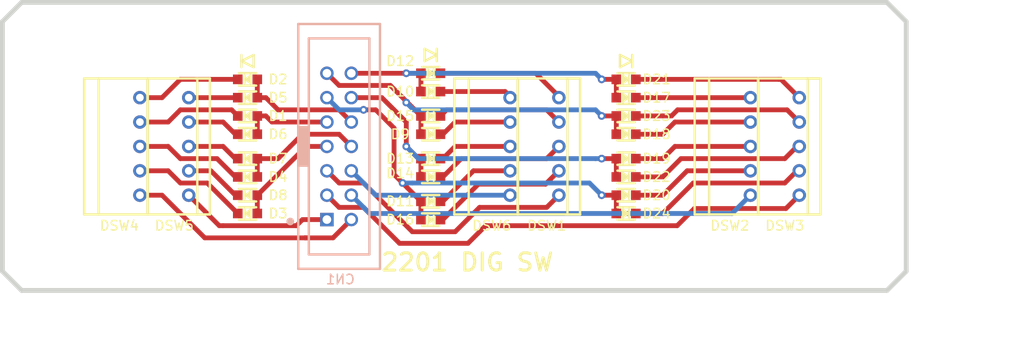
<source format=kicad_pcb>
(kicad_pcb (version 20171130) (host pcbnew "(5.1.10)-1")

  (general
    (thickness 1.6)
    (drawings 27)
    (tracks 188)
    (zones 0)
    (modules 35)
    (nets 39)
  )

  (page A4)
  (layers
    (0 F.Cu signal)
    (31 B.Cu signal)
    (32 B.Adhes user)
    (33 F.Adhes user)
    (34 B.Paste user)
    (35 F.Paste user)
    (36 B.SilkS user)
    (37 F.SilkS user)
    (38 B.Mask user)
    (39 F.Mask user)
    (40 Dwgs.User user)
    (41 Cmts.User user)
    (42 Eco1.User user)
    (43 Eco2.User user)
    (44 Edge.Cuts user)
    (45 Margin user)
    (46 B.CrtYd user)
    (47 F.CrtYd user)
    (48 B.Fab user hide)
    (49 F.Fab user hide)
  )

  (setup
    (last_trace_width 0.5)
    (user_trace_width 0.5)
    (trace_clearance 0.2)
    (zone_clearance 0.508)
    (zone_45_only no)
    (trace_min 0.2)
    (via_size 0.8)
    (via_drill 0.4)
    (via_min_size 0.4)
    (via_min_drill 0.3)
    (user_via 0.6 0.3)
    (uvia_size 0.3)
    (uvia_drill 0.1)
    (uvias_allowed no)
    (uvia_min_size 0.2)
    (uvia_min_drill 0.1)
    (edge_width 0.05)
    (segment_width 0.2)
    (pcb_text_width 0.3)
    (pcb_text_size 1.5 1.5)
    (mod_edge_width 0.12)
    (mod_text_size 1 1)
    (mod_text_width 0.15)
    (pad_size 1.4 1.4)
    (pad_drill 0.8)
    (pad_to_mask_clearance 0)
    (aux_axis_origin 0 0)
    (visible_elements 7FFFFFFF)
    (pcbplotparams
      (layerselection 0x010fc_ffffffff)
      (usegerberextensions false)
      (usegerberattributes true)
      (usegerberadvancedattributes true)
      (creategerberjobfile true)
      (excludeedgelayer true)
      (linewidth 0.100000)
      (plotframeref false)
      (viasonmask false)
      (mode 1)
      (useauxorigin false)
      (hpglpennumber 1)
      (hpglpenspeed 20)
      (hpglpendiameter 15.000000)
      (psnegative false)
      (psa4output false)
      (plotreference true)
      (plotvalue true)
      (plotinvisibletext false)
      (padsonsilk false)
      (subtractmaskfromsilk false)
      (outputformat 1)
      (mirror false)
      (drillshape 1)
      (scaleselection 1)
      (outputdirectory ""))
  )

  (net 0 "")
  (net 1 "Net-(CN1-Pad4)")
  (net 2 "Net-(CN1-Pad12)")
  (net 3 "Net-(CN1-Pad5)")
  (net 4 "Net-(CN1-Pad13)")
  (net 5 "Net-(CN1-Pad8)")
  (net 6 "Net-(CN1-Pad1)")
  (net 7 "Net-(CN1-Pad2)")
  (net 8 "Net-(CN1-Pad7)")
  (net 9 "Net-(CN1-Pad11)")
  (net 10 "Net-(CN1-Pad10)")
  (net 11 "Net-(CN1-Pad6)")
  (net 12 "Net-(CN1-Pad14)")
  (net 13 "Net-(CN1-Pad9)")
  (net 14 "Net-(CN1-Pad3)")
  (net 15 "Net-(D1-Pad2)")
  (net 16 "Net-(D2-Pad2)")
  (net 17 "Net-(D3-Pad2)")
  (net 18 "Net-(D4-Pad2)")
  (net 19 "Net-(D5-Pad2)")
  (net 20 "Net-(D6-Pad2)")
  (net 21 "Net-(D7-Pad2)")
  (net 22 "Net-(D8-Pad2)")
  (net 23 "Net-(D9-Pad2)")
  (net 24 "Net-(D10-Pad2)")
  (net 25 "Net-(D11-Pad2)")
  (net 26 "Net-(D12-Pad2)")
  (net 27 "Net-(D13-Pad2)")
  (net 28 "Net-(D14-Pad2)")
  (net 29 "Net-(D15-Pad2)")
  (net 30 "Net-(D16-Pad2)")
  (net 31 "Net-(D17-Pad2)")
  (net 32 "Net-(D18-Pad2)")
  (net 33 "Net-(D19-Pad2)")
  (net 34 "Net-(D20-Pad2)")
  (net 35 "Net-(D21-Pad2)")
  (net 36 "Net-(D22-Pad2)")
  (net 37 "Net-(D23-Pad2)")
  (net 38 "Net-(D24-Pad2)")

  (net_class Default "This is the default net class."
    (clearance 0.2)
    (trace_width 0.25)
    (via_dia 0.8)
    (via_drill 0.4)
    (uvia_dia 0.3)
    (uvia_drill 0.1)
    (add_net "Net-(CN1-Pad1)")
    (add_net "Net-(CN1-Pad10)")
    (add_net "Net-(CN1-Pad11)")
    (add_net "Net-(CN1-Pad12)")
    (add_net "Net-(CN1-Pad13)")
    (add_net "Net-(CN1-Pad14)")
    (add_net "Net-(CN1-Pad2)")
    (add_net "Net-(CN1-Pad3)")
    (add_net "Net-(CN1-Pad4)")
    (add_net "Net-(CN1-Pad5)")
    (add_net "Net-(CN1-Pad6)")
    (add_net "Net-(CN1-Pad7)")
    (add_net "Net-(CN1-Pad8)")
    (add_net "Net-(CN1-Pad9)")
    (add_net "Net-(D1-Pad2)")
    (add_net "Net-(D10-Pad2)")
    (add_net "Net-(D11-Pad2)")
    (add_net "Net-(D12-Pad2)")
    (add_net "Net-(D13-Pad2)")
    (add_net "Net-(D14-Pad2)")
    (add_net "Net-(D15-Pad2)")
    (add_net "Net-(D16-Pad2)")
    (add_net "Net-(D17-Pad2)")
    (add_net "Net-(D18-Pad2)")
    (add_net "Net-(D19-Pad2)")
    (add_net "Net-(D2-Pad2)")
    (add_net "Net-(D20-Pad2)")
    (add_net "Net-(D21-Pad2)")
    (add_net "Net-(D22-Pad2)")
    (add_net "Net-(D23-Pad2)")
    (add_net "Net-(D24-Pad2)")
    (add_net "Net-(D3-Pad2)")
    (add_net "Net-(D4-Pad2)")
    (add_net "Net-(D5-Pad2)")
    (add_net "Net-(D6-Pad2)")
    (add_net "Net-(D7-Pad2)")
    (add_net "Net-(D8-Pad2)")
    (add_net "Net-(D9-Pad2)")
  )

  (module MountingHole:MountingHole_3.5mm (layer F.Cu) (tedit 56D1B4CB) (tstamp 621F51A4)
    (at 96.345 103.98)
    (descr "Mounting Hole 3.5mm, no annular")
    (tags "mounting hole 3.5mm no annular")
    (attr virtual)
    (fp_text reference REF** (at 0 -4.5) (layer F.SilkS) hide
      (effects (font (size 1 1) (thickness 0.15)))
    )
    (fp_text value MountingHole_3.5mm (at 0 4.5) (layer F.Fab) hide
      (effects (font (size 1 1) (thickness 0.15)))
    )
    (fp_circle (center 0 0) (end 3.75 0) (layer F.CrtYd) (width 0.05))
    (fp_circle (center 0 0) (end 3.5 0) (layer Cmts.User) (width 0.15))
    (fp_text user %R (at 0.3 0) (layer F.Fab) hide
      (effects (font (size 1 1) (thickness 0.15)))
    )
    (pad 1 np_thru_hole circle (at 0 0) (size 3.5 3.5) (drill 3.5) (layers *.Cu *.Mask))
  )

  (module MountingHole:MountingHole_3.5mm (layer F.Cu) (tedit 56D1B4CB) (tstamp 621F51A4)
    (at 96.345 83.98)
    (descr "Mounting Hole 3.5mm, no annular")
    (tags "mounting hole 3.5mm no annular")
    (attr virtual)
    (fp_text reference REF** (at 0 -4.5) (layer F.SilkS) hide
      (effects (font (size 1 1) (thickness 0.15)))
    )
    (fp_text value MountingHole_3.5mm (at 0 4.5) (layer F.Fab) hide
      (effects (font (size 1 1) (thickness 0.15)))
    )
    (fp_circle (center 0 0) (end 3.75 0) (layer F.CrtYd) (width 0.05))
    (fp_circle (center 0 0) (end 3.5 0) (layer Cmts.User) (width 0.15))
    (fp_text user %R (at 0.3 0) (layer F.Fab) hide
      (effects (font (size 1 1) (thickness 0.15)))
    )
    (pad 1 np_thru_hole circle (at 0 0) (size 3.5 3.5) (drill 3.5) (layers *.Cu *.Mask))
  )

  (module cn_connector:HIF3FC (layer B.Cu) (tedit 621DD53C) (tstamp 621F1411)
    (at 126.365 93.98)
    (path /621DCCE8)
    (fp_text reference CN1 (at 0.127 13.851) (layer B.SilkS)
      (effects (font (size 1 1) (thickness 0.15)) (justify mirror))
    )
    (fp_text value HIF3FC-14PA (at 0.127 14.851) (layer B.Fab) hide
      (effects (font (size 1 1) (thickness 0.15)) (justify mirror))
    )
    (fp_line (start -4.25 2) (end -3.15 2) (layer B.SilkS) (width 0.25))
    (fp_line (start 4.25 -12.75) (end 4.25 12.75) (layer B.SilkS) (width 0.25))
    (fp_line (start 3.15 -11.25) (end -3.15 -11.25) (layer B.SilkS) (width 0.25))
    (fp_line (start -3.15 -11.25) (end -3.15 11.25) (layer B.SilkS) (width 0.25))
    (fp_line (start -4.25 -2) (end -3.15 -2) (layer B.SilkS) (width 0.25))
    (fp_line (start -4.25 12.75) (end -4.25 -12.75) (layer B.SilkS) (width 0.25))
    (fp_poly (pts (xy -3.15 -2) (xy -4.25 -2) (xy -4.25 2) (xy -3.15 2)) (layer B.SilkS) (width 0.1))
    (fp_line (start 3.15 11.25) (end 3.15 -11.25) (layer B.SilkS) (width 0.25))
    (fp_circle (center -5.08 7.82) (end -4.88 7.82) (layer B.SilkS) (width 0.4))
    (fp_line (start -3.15 11.25) (end 3.15 11.25) (layer B.SilkS) (width 0.25))
    (fp_line (start 4.25 12.75) (end -4.25 12.75) (layer B.SilkS) (width 0.25))
    (fp_line (start -4.25 -12.75) (end 4.25 -12.75) (layer B.SilkS) (width 0.25))
    (pad 4 thru_hole circle (at 1.27 5.08) (size 1.4 1.4) (drill 0.9) (layers *.Cu *.Mask)
      (net 1 "Net-(CN1-Pad4)"))
    (pad 12 thru_hole circle (at 1.27 -5.08) (size 1.4 1.4) (drill 0.9) (layers *.Cu *.Mask)
      (net 2 "Net-(CN1-Pad12)"))
    (pad 5 thru_hole circle (at -1.27 2.54) (size 1.4 1.4) (drill 0.9) (layers *.Cu *.Mask)
      (net 3 "Net-(CN1-Pad5)"))
    (pad 13 thru_hole circle (at -1.27 -7.62) (size 1.4 1.4) (drill 0.9) (layers *.Cu *.Mask)
      (net 4 "Net-(CN1-Pad13)"))
    (pad 8 thru_hole circle (at 1.27 0) (size 1.4 1.4) (drill 0.9) (layers *.Cu *.Mask)
      (net 5 "Net-(CN1-Pad8)"))
    (pad 1 thru_hole rect (at -1.27 7.62) (size 1.4 1.4) (drill 0.9) (layers *.Cu *.Mask)
      (net 6 "Net-(CN1-Pad1)"))
    (pad 2 thru_hole circle (at 1.27 7.62) (size 1.4 1.4) (drill 0.9) (layers *.Cu *.Mask)
      (net 7 "Net-(CN1-Pad2)"))
    (pad 7 thru_hole circle (at -1.27 0) (size 1.4 1.4) (drill 0.9) (layers *.Cu *.Mask)
      (net 8 "Net-(CN1-Pad7)"))
    (pad 11 thru_hole circle (at -1.27 -5.08) (size 1.4 1.4) (drill 0.9) (layers *.Cu *.Mask)
      (net 9 "Net-(CN1-Pad11)"))
    (pad 10 thru_hole circle (at 1.27 -2.54) (size 1.4 1.4) (drill 0.9) (layers *.Cu *.Mask)
      (net 10 "Net-(CN1-Pad10)"))
    (pad 6 thru_hole circle (at 1.27 2.54) (size 1.4 1.4) (drill 0.9) (layers *.Cu *.Mask)
      (net 11 "Net-(CN1-Pad6)"))
    (pad 14 thru_hole circle (at 1.27 -7.62) (size 1.4 1.4) (drill 0.9) (layers *.Cu *.Mask)
      (net 12 "Net-(CN1-Pad14)"))
    (pad 9 thru_hole circle (at -1.27 -2.54) (size 1.4 1.4) (drill 0.9) (layers *.Cu *.Mask)
      (net 13 "Net-(CN1-Pad9)"))
    (pad 3 thru_hole circle (at -1.27 5.08) (size 1.4 1.4) (drill 0.9) (layers *.Cu *.Mask)
      (net 14 "Net-(CN1-Pad3)"))
  )

  (module MountingHole:MountingHole_3.5mm (layer F.Cu) (tedit 56D1B4CB) (tstamp 621F51A4)
    (at 180.345 103.98)
    (descr "Mounting Hole 3.5mm, no annular")
    (tags "mounting hole 3.5mm no annular")
    (attr virtual)
    (fp_text reference REF** (at 0 -4.5) (layer F.SilkS) hide
      (effects (font (size 1 1) (thickness 0.15)))
    )
    (fp_text value MountingHole_3.5mm (at 0 4.5) (layer F.Fab) hide
      (effects (font (size 1 1) (thickness 0.15)))
    )
    (fp_circle (center 0 0) (end 3.75 0) (layer F.CrtYd) (width 0.05))
    (fp_circle (center 0 0) (end 3.5 0) (layer Cmts.User) (width 0.15))
    (fp_text user %R (at 0.3 0) (layer F.Fab) hide
      (effects (font (size 1 1) (thickness 0.15)))
    )
    (pad 1 np_thru_hole circle (at 0 0) (size 3.5 3.5) (drill 3.5) (layers *.Cu *.Mask))
  )

  (module MountingHole:MountingHole_3.5mm (layer F.Cu) (tedit 56D1B4CB) (tstamp 621F5184)
    (at 180.345 83.98)
    (descr "Mounting Hole 3.5mm, no annular")
    (tags "mounting hole 3.5mm no annular")
    (attr virtual)
    (fp_text reference REF** (at 0 -4.5) (layer F.SilkS) hide
      (effects (font (size 1 1) (thickness 0.15)))
    )
    (fp_text value MountingHole_3.5mm (at 0 4.5) (layer F.Fab) hide
      (effects (font (size 1 1) (thickness 0.15)))
    )
    (fp_circle (center 0 0) (end 3.75 0) (layer F.CrtYd) (width 0.05))
    (fp_circle (center 0 0) (end 3.5 0) (layer Cmts.User) (width 0.15))
    (fp_text user %R (at 0.3 0) (layer F.Fab) hide
      (effects (font (size 1 1) (thickness 0.15)))
    )
    (pad 1 np_thru_hole circle (at 0 0) (size 3.5 3.5) (drill 3.5) (layers *.Cu *.Mask))
  )

  (module A7D-106:A7D-106-L (layer F.Cu) (tedit 621EBDC1) (tstamp 621F1651)
    (at 144.145 88.9)
    (path /622902FC)
    (fp_text reference DSW6 (at -1.905 13.335) (layer F.SilkS)
      (effects (font (size 1 1) (thickness 0.15)))
    )
    (fp_text value A7D-106 (at 0 -5.199) (layer F.Fab) hide
      (effects (font (size 1 1) (thickness 0.15)))
    )
    (fp_line (start -4.3 -2) (end -5.8 -2) (layer F.SilkS) (width 0.25))
    (fp_line (start -4.3 12.16) (end -5.8 12.16) (layer F.SilkS) (width 0.25))
    (fp_line (start 0.8255 -2) (end -4.3 -2) (layer F.SilkS) (width 0.25))
    (fp_line (start -5.8 -2) (end -5.8 12.16) (layer F.SilkS) (width 0.25))
    (fp_line (start -4.3 12.16) (end -4.3 -2) (layer F.SilkS) (width 0.25))
    (fp_line (start 0.8255 12.16) (end 0.8255 -2) (layer F.SilkS) (width 0.25))
    (fp_line (start 0.8255 12.16) (end -4.3 12.16) (layer F.SilkS) (width 0.25))
    (pad 8 thru_hole circle (at 0 0) (size 1.4 1.4) (drill 0.8) (layers *.Cu *.Mask)
      (net 24 "Net-(D10-Pad2)"))
    (pad 4 thru_hole circle (at 0 2.54) (size 1.4 1.4) (drill 0.8) (layers *.Cu *.Mask)
      (net 23 "Net-(D9-Pad2)"))
    (pad 1 thru_hole circle (at 0 7.62) (size 1.4 1.4) (drill 0.8) (layers *.Cu *.Mask)
      (net 25 "Net-(D11-Pad2)"))
    (pad C thru_hole circle (at 0 10.16) (size 1.4 1.4) (drill 0.8) (layers *.Cu *.Mask)
      (net 11 "Net-(CN1-Pad6)"))
    (pad 2 thru_hole circle (at 0 5.08) (size 1.4 1.4) (drill 0.8) (layers *.Cu *.Mask)
      (net 27 "Net-(D13-Pad2)"))
  )

  (module A7D-106:A7D-106-R (layer F.Cu) (tedit 621EBC3A) (tstamp 621F1641)
    (at 110.725 88.9)
    (path /6228D589)
    (fp_text reference DSW5 (at -1.505 13.335) (layer F.SilkS)
      (effects (font (size 1 1) (thickness 0.15)))
    )
    (fp_text value A7D-106 (at -0.254 -4.437) (layer F.Fab) hide
      (effects (font (size 1 1) (thickness 0.15)))
    )
    (fp_line (start 2.2 -2) (end -4.3 -2) (layer F.SilkS) (width 0.25))
    (fp_line (start 2.2 -2) (end 2.2 12.16) (layer F.SilkS) (width 0.25))
    (fp_line (start 2.2 12.16) (end 0.7 12.16) (layer F.SilkS) (width 0.25))
    (fp_line (start -4.3 12.16) (end -4.3 -2) (layer F.SilkS) (width 0.25))
    (fp_line (start 0.889 12.16) (end 0.889 -2) (layer F.SilkS) (width 0.25))
    (fp_line (start 2.2 -2) (end 0.7 -2) (layer F.SilkS) (width 0.25))
    (fp_line (start 2.2 12.16) (end -4.3 12.16) (layer F.SilkS) (width 0.25))
    (pad 8 thru_hole circle (at 0 0) (size 1.4 1.4) (drill 0.8) (layers *.Cu *.Mask)
      (net 19 "Net-(D5-Pad2)"))
    (pad 4 thru_hole circle (at 0 2.54) (size 1.4 1.4) (drill 0.8) (layers *.Cu *.Mask)
      (net 20 "Net-(D6-Pad2)"))
    (pad 1 thru_hole circle (at 0 7.62) (size 1.4 1.4) (drill 0.8) (layers *.Cu *.Mask)
      (net 22 "Net-(D8-Pad2)"))
    (pad C thru_hole circle (at 0 10.16) (size 1.4 1.4) (drill 0.8) (layers *.Cu *.Mask)
      (net 6 "Net-(CN1-Pad1)"))
    (pad 2 thru_hole circle (at 0 5.08) (size 1.4 1.4) (drill 0.8) (layers *.Cu *.Mask)
      (net 21 "Net-(D7-Pad2)"))
  )

  (module A7D-106:A7D-106-L (layer F.Cu) (tedit 621EBDC1) (tstamp 621F1631)
    (at 105.645 88.9)
    (path /621DE27C)
    (fp_text reference DSW4 (at -2.14 13.335) (layer F.SilkS)
      (effects (font (size 1 1) (thickness 0.15)))
    )
    (fp_text value A7D-106 (at 0 -5.199) (layer F.Fab) hide
      (effects (font (size 1 1) (thickness 0.15)))
    )
    (fp_line (start -4.3 -2) (end -5.8 -2) (layer F.SilkS) (width 0.25))
    (fp_line (start -4.3 12.16) (end -5.8 12.16) (layer F.SilkS) (width 0.25))
    (fp_line (start 0.8255 -2) (end -4.3 -2) (layer F.SilkS) (width 0.25))
    (fp_line (start -5.8 -2) (end -5.8 12.16) (layer F.SilkS) (width 0.25))
    (fp_line (start -4.3 12.16) (end -4.3 -2) (layer F.SilkS) (width 0.25))
    (fp_line (start 0.8255 12.16) (end 0.8255 -2) (layer F.SilkS) (width 0.25))
    (fp_line (start 0.8255 12.16) (end -4.3 12.16) (layer F.SilkS) (width 0.25))
    (pad 8 thru_hole circle (at 0 0) (size 1.4 1.4) (drill 0.8) (layers *.Cu *.Mask)
      (net 16 "Net-(D2-Pad2)"))
    (pad 4 thru_hole circle (at 0 2.54) (size 1.4 1.4) (drill 0.8) (layers *.Cu *.Mask)
      (net 15 "Net-(D1-Pad2)"))
    (pad 1 thru_hole circle (at 0 7.62) (size 1.4 1.4) (drill 0.8) (layers *.Cu *.Mask)
      (net 17 "Net-(D3-Pad2)"))
    (pad C thru_hole circle (at 0 10.16) (size 1.4 1.4) (drill 0.8) (layers *.Cu *.Mask)
      (net 7 "Net-(CN1-Pad2)"))
    (pad 2 thru_hole circle (at 0 5.08) (size 1.4 1.4) (drill 0.8) (layers *.Cu *.Mask)
      (net 18 "Net-(D4-Pad2)"))
  )

  (module A7D-106:A7D-106-R (layer F.Cu) (tedit 621EBC3A) (tstamp 621F1621)
    (at 174.225 88.9)
    (path /6229BFBC)
    (fp_text reference DSW3 (at -1.505 13.335) (layer F.SilkS)
      (effects (font (size 1 1) (thickness 0.15)))
    )
    (fp_text value A7D-106 (at -0.254 -4.437) (layer F.Fab) hide
      (effects (font (size 1 1) (thickness 0.15)))
    )
    (fp_line (start 2.2 -2) (end -4.3 -2) (layer F.SilkS) (width 0.25))
    (fp_line (start 2.2 -2) (end 2.2 12.16) (layer F.SilkS) (width 0.25))
    (fp_line (start 2.2 12.16) (end 0.7 12.16) (layer F.SilkS) (width 0.25))
    (fp_line (start -4.3 12.16) (end -4.3 -2) (layer F.SilkS) (width 0.25))
    (fp_line (start 0.889 12.16) (end 0.889 -2) (layer F.SilkS) (width 0.25))
    (fp_line (start 2.2 -2) (end 0.7 -2) (layer F.SilkS) (width 0.25))
    (fp_line (start 2.2 12.16) (end -4.3 12.16) (layer F.SilkS) (width 0.25))
    (pad 8 thru_hole circle (at 0 0) (size 1.4 1.4) (drill 0.8) (layers *.Cu *.Mask)
      (net 35 "Net-(D21-Pad2)"))
    (pad 4 thru_hole circle (at 0 2.54) (size 1.4 1.4) (drill 0.8) (layers *.Cu *.Mask)
      (net 37 "Net-(D23-Pad2)"))
    (pad 1 thru_hole circle (at 0 7.62) (size 1.4 1.4) (drill 0.8) (layers *.Cu *.Mask)
      (net 38 "Net-(D24-Pad2)"))
    (pad C thru_hole circle (at 0 10.16) (size 1.4 1.4) (drill 0.8) (layers *.Cu *.Mask)
      (net 14 "Net-(CN1-Pad3)"))
    (pad 2 thru_hole circle (at 0 5.08) (size 1.4 1.4) (drill 0.8) (layers *.Cu *.Mask)
      (net 36 "Net-(D22-Pad2)"))
  )

  (module A7D-106:A7D-106-L (layer F.Cu) (tedit 621EBDC1) (tstamp 621F49D5)
    (at 169.145 88.9)
    (path /62298F43)
    (fp_text reference DSW2 (at -2.14 13.335) (layer F.SilkS)
      (effects (font (size 1 1) (thickness 0.15)))
    )
    (fp_text value A7D-106 (at 0 -5.199) (layer F.Fab) hide
      (effects (font (size 1 1) (thickness 0.15)))
    )
    (fp_line (start -4.3 -2) (end -5.8 -2) (layer F.SilkS) (width 0.25))
    (fp_line (start -4.3 12.16) (end -5.8 12.16) (layer F.SilkS) (width 0.25))
    (fp_line (start 0.8255 -2) (end -4.3 -2) (layer F.SilkS) (width 0.25))
    (fp_line (start -5.8 -2) (end -5.8 12.16) (layer F.SilkS) (width 0.25))
    (fp_line (start -4.3 12.16) (end -4.3 -2) (layer F.SilkS) (width 0.25))
    (fp_line (start 0.8255 12.16) (end 0.8255 -2) (layer F.SilkS) (width 0.25))
    (fp_line (start 0.8255 12.16) (end -4.3 12.16) (layer F.SilkS) (width 0.25))
    (pad 8 thru_hole circle (at 0 0) (size 1.4 1.4) (drill 0.8) (layers *.Cu *.Mask)
      (net 31 "Net-(D17-Pad2)"))
    (pad 4 thru_hole circle (at 0 2.54) (size 1.4 1.4) (drill 0.8) (layers *.Cu *.Mask)
      (net 32 "Net-(D18-Pad2)"))
    (pad 1 thru_hole circle (at 0 7.62) (size 1.4 1.4) (drill 0.8) (layers *.Cu *.Mask)
      (net 34 "Net-(D20-Pad2)"))
    (pad C thru_hole circle (at 0 10.16) (size 1.4 1.4) (drill 0.8) (layers *.Cu *.Mask)
      (net 1 "Net-(CN1-Pad4)"))
    (pad 2 thru_hole circle (at 0 5.08) (size 1.4 1.4) (drill 0.8) (layers *.Cu *.Mask)
      (net 33 "Net-(D19-Pad2)"))
  )

  (module A7D-106:A7D-106-R (layer F.Cu) (tedit 621EBC3A) (tstamp 621F4C1A)
    (at 149.225 88.9)
    (path /62295FCC)
    (fp_text reference DSW1 (at -1.27 13.335) (layer F.SilkS)
      (effects (font (size 1 1) (thickness 0.15)))
    )
    (fp_text value A7D-106 (at -0.254 -4.437) (layer F.Fab) hide
      (effects (font (size 1 1) (thickness 0.15)))
    )
    (fp_line (start 2.2 -2) (end -4.3 -2) (layer F.SilkS) (width 0.25))
    (fp_line (start 2.2 -2) (end 2.2 12.16) (layer F.SilkS) (width 0.25))
    (fp_line (start 2.2 12.16) (end 0.7 12.16) (layer F.SilkS) (width 0.25))
    (fp_line (start -4.3 12.16) (end -4.3 -2) (layer F.SilkS) (width 0.25))
    (fp_line (start 0.889 12.16) (end 0.889 -2) (layer F.SilkS) (width 0.25))
    (fp_line (start 2.2 -2) (end 0.7 -2) (layer F.SilkS) (width 0.25))
    (fp_line (start 2.2 12.16) (end -4.3 12.16) (layer F.SilkS) (width 0.25))
    (pad 8 thru_hole circle (at 0 0) (size 1.4 1.4) (drill 0.8) (layers *.Cu *.Mask)
      (net 26 "Net-(D12-Pad2)"))
    (pad 4 thru_hole circle (at 0 2.54) (size 1.4 1.4) (drill 0.8) (layers *.Cu *.Mask)
      (net 29 "Net-(D15-Pad2)"))
    (pad 1 thru_hole circle (at 0 7.62) (size 1.4 1.4) (drill 0.8) (layers *.Cu *.Mask)
      (net 30 "Net-(D16-Pad2)"))
    (pad C thru_hole circle (at 0 10.16) (size 1.4 1.4) (drill 0.8) (layers *.Cu *.Mask)
      (net 3 "Net-(CN1-Pad5)"))
    (pad 2 thru_hole circle (at 0 5.08) (size 1.4 1.4) (drill 0.8) (layers *.Cu *.Mask)
      (net 28 "Net-(D14-Pad2)"))
  )

  (module Diode_custom:1SS355 (layer F.Cu) (tedit 621EC829) (tstamp 621F4815)
    (at 156.21 100.965)
    (path /622012DC)
    (fp_text reference D24 (at 3.175 0) (layer F.SilkS)
      (effects (font (size 1 1) (thickness 0.15)))
    )
    (fp_text value RB521S-30TE61 (at 0 -2.405) (layer F.Fab) hide
      (effects (font (size 1 1) (thickness 0.15)))
    )
    (fp_line (start -0.9 0.65) (end 0.9 0.65) (layer F.SilkS) (width 0.25))
    (fp_line (start -0.9 -0.65) (end 0.9 -0.65) (layer F.SilkS) (width 0.25))
    (fp_line (start 0.3175 -0.381) (end 0.3175 0.381) (layer F.SilkS) (width 0.25))
    (fp_line (start 0.1905 0) (end -0.3175 -0.381) (layer F.SilkS) (width 0.25))
    (fp_line (start -0.3175 0.381) (end 0.1905 0) (layer F.SilkS) (width 0.25))
    (fp_line (start -0.3175 -0.381) (end -0.3175 0.381) (layer F.SilkS) (width 0.25))
    (fp_line (start 0.8 -0.4) (end 0.8 0.4) (layer F.Fab) (width 0.1))
    (fp_line (start -0.8 0.4) (end -0.8 -0.4) (layer F.Fab) (width 0.1))
    (fp_poly (pts (xy 0.1905 0) (xy -0.3175 0.381) (xy -0.3175 -0.381)) (layer F.SilkS) (width 0.1))
    (pad 2 smd rect (at 1.016 0) (size 1 1) (layers F.Cu F.Paste F.Mask)
      (net 38 "Net-(D24-Pad2)"))
    (pad 1 smd rect (at -1.016 0) (size 1 1) (layers F.Cu F.Paste F.Mask)
      (net 9 "Net-(CN1-Pad11)"))
  )

  (module Diode_custom:1SS355 (layer F.Cu) (tedit 621EC829) (tstamp 621F5801)
    (at 156.21 90.805)
    (path /622012D6)
    (fp_text reference D23 (at 3.175 0) (layer F.SilkS)
      (effects (font (size 1 1) (thickness 0.15)))
    )
    (fp_text value RB521S-30TE61 (at 0 -2.405) (layer F.Fab) hide
      (effects (font (size 1 1) (thickness 0.15)))
    )
    (fp_line (start -0.9 0.65) (end 0.9 0.65) (layer F.SilkS) (width 0.25))
    (fp_line (start -0.9 -0.65) (end 0.9 -0.65) (layer F.SilkS) (width 0.25))
    (fp_line (start 0.3175 -0.381) (end 0.3175 0.381) (layer F.SilkS) (width 0.25))
    (fp_line (start 0.1905 0) (end -0.3175 -0.381) (layer F.SilkS) (width 0.25))
    (fp_line (start -0.3175 0.381) (end 0.1905 0) (layer F.SilkS) (width 0.25))
    (fp_line (start -0.3175 -0.381) (end -0.3175 0.381) (layer F.SilkS) (width 0.25))
    (fp_line (start 0.8 -0.4) (end 0.8 0.4) (layer F.Fab) (width 0.1))
    (fp_line (start -0.8 0.4) (end -0.8 -0.4) (layer F.Fab) (width 0.1))
    (fp_poly (pts (xy 0.1905 0) (xy -0.3175 0.381) (xy -0.3175 -0.381)) (layer F.SilkS) (width 0.1))
    (pad 2 smd rect (at 1.016 0) (size 1 1) (layers F.Cu F.Paste F.Mask)
      (net 37 "Net-(D23-Pad2)"))
    (pad 1 smd rect (at -1.016 0) (size 1 1) (layers F.Cu F.Paste F.Mask)
      (net 4 "Net-(CN1-Pad13)"))
  )

  (module Diode_custom:1SS355 (layer F.Cu) (tedit 621EC829) (tstamp 621F5DCC)
    (at 156.21 97.155)
    (path /622012E2)
    (fp_text reference D22 (at 3.175 0) (layer F.SilkS)
      (effects (font (size 1 1) (thickness 0.15)))
    )
    (fp_text value RB521S-30TE61 (at 0 -2.405) (layer F.Fab) hide
      (effects (font (size 1 1) (thickness 0.15)))
    )
    (fp_line (start -0.9 0.65) (end 0.9 0.65) (layer F.SilkS) (width 0.25))
    (fp_line (start -0.9 -0.65) (end 0.9 -0.65) (layer F.SilkS) (width 0.25))
    (fp_line (start 0.3175 -0.381) (end 0.3175 0.381) (layer F.SilkS) (width 0.25))
    (fp_line (start 0.1905 0) (end -0.3175 -0.381) (layer F.SilkS) (width 0.25))
    (fp_line (start -0.3175 0.381) (end 0.1905 0) (layer F.SilkS) (width 0.25))
    (fp_line (start -0.3175 -0.381) (end -0.3175 0.381) (layer F.SilkS) (width 0.25))
    (fp_line (start 0.8 -0.4) (end 0.8 0.4) (layer F.Fab) (width 0.1))
    (fp_line (start -0.8 0.4) (end -0.8 -0.4) (layer F.Fab) (width 0.1))
    (fp_poly (pts (xy 0.1905 0) (xy -0.3175 0.381) (xy -0.3175 -0.381)) (layer F.SilkS) (width 0.1))
    (pad 2 smd rect (at 1.016 0) (size 1 1) (layers F.Cu F.Paste F.Mask)
      (net 36 "Net-(D22-Pad2)"))
    (pad 1 smd rect (at -1.016 0) (size 1 1) (layers F.Cu F.Paste F.Mask)
      (net 2 "Net-(CN1-Pad12)"))
  )

  (module Diode_custom:1SS355 (layer F.Cu) (tedit 621EC829) (tstamp 621F15B5)
    (at 156.21 86.995)
    (path /622012D0)
    (fp_text reference D21 (at 3.175 0) (layer F.SilkS)
      (effects (font (size 1 1) (thickness 0.15)))
    )
    (fp_text value RB521S-30TE61 (at 0 -2.405) (layer F.Fab) hide
      (effects (font (size 1 1) (thickness 0.15)))
    )
    (fp_line (start -0.9 0.65) (end 0.9 0.65) (layer F.SilkS) (width 0.25))
    (fp_line (start -0.9 -0.65) (end 0.9 -0.65) (layer F.SilkS) (width 0.25))
    (fp_line (start 0.3175 -0.381) (end 0.3175 0.381) (layer F.SilkS) (width 0.25))
    (fp_line (start 0.1905 0) (end -0.3175 -0.381) (layer F.SilkS) (width 0.25))
    (fp_line (start -0.3175 0.381) (end 0.1905 0) (layer F.SilkS) (width 0.25))
    (fp_line (start -0.3175 -0.381) (end -0.3175 0.381) (layer F.SilkS) (width 0.25))
    (fp_line (start 0.8 -0.4) (end 0.8 0.4) (layer F.Fab) (width 0.1))
    (fp_line (start -0.8 0.4) (end -0.8 -0.4) (layer F.Fab) (width 0.1))
    (fp_poly (pts (xy 0.1905 0) (xy -0.3175 0.381) (xy -0.3175 -0.381)) (layer F.SilkS) (width 0.1))
    (pad 2 smd rect (at 1.016 0) (size 1 1) (layers F.Cu F.Paste F.Mask)
      (net 35 "Net-(D21-Pad2)"))
    (pad 1 smd rect (at -1.016 0) (size 1 1) (layers F.Cu F.Paste F.Mask)
      (net 12 "Net-(CN1-Pad14)"))
  )

  (module Diode_custom:1SS355 (layer F.Cu) (tedit 621EC829) (tstamp 621F15A1)
    (at 156.21 99.06)
    (path /621FFD58)
    (fp_text reference D20 (at 3.175 0) (layer F.SilkS)
      (effects (font (size 1 1) (thickness 0.15)))
    )
    (fp_text value RB521S-30TE61 (at 0 -2.405) (layer F.Fab) hide
      (effects (font (size 1 1) (thickness 0.15)))
    )
    (fp_line (start -0.9 0.65) (end 0.9 0.65) (layer F.SilkS) (width 0.25))
    (fp_line (start -0.9 -0.65) (end 0.9 -0.65) (layer F.SilkS) (width 0.25))
    (fp_line (start 0.3175 -0.381) (end 0.3175 0.381) (layer F.SilkS) (width 0.25))
    (fp_line (start 0.1905 0) (end -0.3175 -0.381) (layer F.SilkS) (width 0.25))
    (fp_line (start -0.3175 0.381) (end 0.1905 0) (layer F.SilkS) (width 0.25))
    (fp_line (start -0.3175 -0.381) (end -0.3175 0.381) (layer F.SilkS) (width 0.25))
    (fp_line (start 0.8 -0.4) (end 0.8 0.4) (layer F.Fab) (width 0.1))
    (fp_line (start -0.8 0.4) (end -0.8 -0.4) (layer F.Fab) (width 0.1))
    (fp_poly (pts (xy 0.1905 0) (xy -0.3175 0.381) (xy -0.3175 -0.381)) (layer F.SilkS) (width 0.1))
    (pad 2 smd rect (at 1.016 0) (size 1 1) (layers F.Cu F.Paste F.Mask)
      (net 34 "Net-(D20-Pad2)"))
    (pad 1 smd rect (at -1.016 0) (size 1 1) (layers F.Cu F.Paste F.Mask)
      (net 9 "Net-(CN1-Pad11)"))
  )

  (module Diode_custom:1SS355 (layer F.Cu) (tedit 621EC829) (tstamp 621F5D85)
    (at 156.21 95.25)
    (path /621FFD5E)
    (fp_text reference D19 (at 3.175 0) (layer F.SilkS)
      (effects (font (size 1 1) (thickness 0.15)))
    )
    (fp_text value RB521S-30TE61 (at 0 -2.405) (layer F.Fab) hide
      (effects (font (size 1 1) (thickness 0.15)))
    )
    (fp_line (start -0.9 0.65) (end 0.9 0.65) (layer F.SilkS) (width 0.25))
    (fp_line (start -0.9 -0.65) (end 0.9 -0.65) (layer F.SilkS) (width 0.25))
    (fp_line (start 0.3175 -0.381) (end 0.3175 0.381) (layer F.SilkS) (width 0.25))
    (fp_line (start 0.1905 0) (end -0.3175 -0.381) (layer F.SilkS) (width 0.25))
    (fp_line (start -0.3175 0.381) (end 0.1905 0) (layer F.SilkS) (width 0.25))
    (fp_line (start -0.3175 -0.381) (end -0.3175 0.381) (layer F.SilkS) (width 0.25))
    (fp_line (start 0.8 -0.4) (end 0.8 0.4) (layer F.Fab) (width 0.1))
    (fp_line (start -0.8 0.4) (end -0.8 -0.4) (layer F.Fab) (width 0.1))
    (fp_poly (pts (xy 0.1905 0) (xy -0.3175 0.381) (xy -0.3175 -0.381)) (layer F.SilkS) (width 0.1))
    (pad 2 smd rect (at 1.016 0) (size 1 1) (layers F.Cu F.Paste F.Mask)
      (net 33 "Net-(D19-Pad2)"))
    (pad 1 smd rect (at -1.016 0) (size 1 1) (layers F.Cu F.Paste F.Mask)
      (net 2 "Net-(CN1-Pad12)"))
  )

  (module Diode_custom:1SS355 (layer F.Cu) (tedit 621EC829) (tstamp 621F490B)
    (at 156.21 92.71)
    (path /621FFD52)
    (fp_text reference D18 (at 3.175 0) (layer F.SilkS)
      (effects (font (size 1 1) (thickness 0.15)))
    )
    (fp_text value RB521S-30TE61 (at 0 -2.405) (layer F.Fab) hide
      (effects (font (size 1 1) (thickness 0.15)))
    )
    (fp_line (start -0.9 0.65) (end 0.9 0.65) (layer F.SilkS) (width 0.25))
    (fp_line (start -0.9 -0.65) (end 0.9 -0.65) (layer F.SilkS) (width 0.25))
    (fp_line (start 0.3175 -0.381) (end 0.3175 0.381) (layer F.SilkS) (width 0.25))
    (fp_line (start 0.1905 0) (end -0.3175 -0.381) (layer F.SilkS) (width 0.25))
    (fp_line (start -0.3175 0.381) (end 0.1905 0) (layer F.SilkS) (width 0.25))
    (fp_line (start -0.3175 -0.381) (end -0.3175 0.381) (layer F.SilkS) (width 0.25))
    (fp_line (start 0.8 -0.4) (end 0.8 0.4) (layer F.Fab) (width 0.1))
    (fp_line (start -0.8 0.4) (end -0.8 -0.4) (layer F.Fab) (width 0.1))
    (fp_poly (pts (xy 0.1905 0) (xy -0.3175 0.381) (xy -0.3175 -0.381)) (layer F.SilkS) (width 0.1))
    (pad 2 smd rect (at 1.016 0) (size 1 1) (layers F.Cu F.Paste F.Mask)
      (net 32 "Net-(D18-Pad2)"))
    (pad 1 smd rect (at -1.016 0) (size 1 1) (layers F.Cu F.Paste F.Mask)
      (net 4 "Net-(CN1-Pad13)"))
  )

  (module Diode_custom:1SS355 (layer F.Cu) (tedit 621EC829) (tstamp 621F1565)
    (at 156.21 88.9)
    (path /621FFD4C)
    (fp_text reference D17 (at 3.175 0) (layer F.SilkS)
      (effects (font (size 1 1) (thickness 0.15)))
    )
    (fp_text value RB521S-30TE61 (at 0 -2.405) (layer F.Fab) hide
      (effects (font (size 1 1) (thickness 0.15)))
    )
    (fp_line (start -0.9 0.65) (end 0.9 0.65) (layer F.SilkS) (width 0.25))
    (fp_line (start -0.9 -0.65) (end 0.9 -0.65) (layer F.SilkS) (width 0.25))
    (fp_line (start 0.3175 -0.381) (end 0.3175 0.381) (layer F.SilkS) (width 0.25))
    (fp_line (start 0.1905 0) (end -0.3175 -0.381) (layer F.SilkS) (width 0.25))
    (fp_line (start -0.3175 0.381) (end 0.1905 0) (layer F.SilkS) (width 0.25))
    (fp_line (start -0.3175 -0.381) (end -0.3175 0.381) (layer F.SilkS) (width 0.25))
    (fp_line (start 0.8 -0.4) (end 0.8 0.4) (layer F.Fab) (width 0.1))
    (fp_line (start -0.8 0.4) (end -0.8 -0.4) (layer F.Fab) (width 0.1))
    (fp_poly (pts (xy 0.1905 0) (xy -0.3175 0.381) (xy -0.3175 -0.381)) (layer F.SilkS) (width 0.1))
    (pad 2 smd rect (at 1.016 0) (size 1 1) (layers F.Cu F.Paste F.Mask)
      (net 31 "Net-(D17-Pad2)"))
    (pad 1 smd rect (at -1.016 0) (size 1 1) (layers F.Cu F.Paste F.Mask)
      (net 12 "Net-(CN1-Pad14)"))
  )

  (module Diode_custom:1SS355 (layer F.Cu) (tedit 621EC829) (tstamp 621F1551)
    (at 135.89 101.6)
    (path /621FE07C)
    (fp_text reference D16 (at -3.175 0) (layer F.SilkS)
      (effects (font (size 1 1) (thickness 0.15)))
    )
    (fp_text value RB521S-30TE61 (at 0 -2.405) (layer F.Fab) hide
      (effects (font (size 1 1) (thickness 0.15)))
    )
    (fp_line (start -0.9 0.65) (end 0.9 0.65) (layer F.SilkS) (width 0.25))
    (fp_line (start -0.9 -0.65) (end 0.9 -0.65) (layer F.SilkS) (width 0.25))
    (fp_line (start 0.3175 -0.381) (end 0.3175 0.381) (layer F.SilkS) (width 0.25))
    (fp_line (start 0.1905 0) (end -0.3175 -0.381) (layer F.SilkS) (width 0.25))
    (fp_line (start -0.3175 0.381) (end 0.1905 0) (layer F.SilkS) (width 0.25))
    (fp_line (start -0.3175 -0.381) (end -0.3175 0.381) (layer F.SilkS) (width 0.25))
    (fp_line (start 0.8 -0.4) (end 0.8 0.4) (layer F.Fab) (width 0.1))
    (fp_line (start -0.8 0.4) (end -0.8 -0.4) (layer F.Fab) (width 0.1))
    (fp_poly (pts (xy 0.1905 0) (xy -0.3175 0.381) (xy -0.3175 -0.381)) (layer F.SilkS) (width 0.1))
    (pad 2 smd rect (at 1.016 0) (size 1 1) (layers F.Cu F.Paste F.Mask)
      (net 30 "Net-(D16-Pad2)"))
    (pad 1 smd rect (at -1.016 0) (size 1 1) (layers F.Cu F.Paste F.Mask)
      (net 9 "Net-(CN1-Pad11)"))
  )

  (module Diode_custom:1SS355 (layer F.Cu) (tedit 621EC829) (tstamp 621F5645)
    (at 135.89 90.805)
    (path /621FE076)
    (fp_text reference D15 (at -3.175 0) (layer F.SilkS)
      (effects (font (size 1 1) (thickness 0.15)))
    )
    (fp_text value RB521S-30TE61 (at 0 -2.405) (layer F.Fab) hide
      (effects (font (size 1 1) (thickness 0.15)))
    )
    (fp_line (start -0.9 0.65) (end 0.9 0.65) (layer F.SilkS) (width 0.25))
    (fp_line (start -0.9 -0.65) (end 0.9 -0.65) (layer F.SilkS) (width 0.25))
    (fp_line (start 0.3175 -0.381) (end 0.3175 0.381) (layer F.SilkS) (width 0.25))
    (fp_line (start 0.1905 0) (end -0.3175 -0.381) (layer F.SilkS) (width 0.25))
    (fp_line (start -0.3175 0.381) (end 0.1905 0) (layer F.SilkS) (width 0.25))
    (fp_line (start -0.3175 -0.381) (end -0.3175 0.381) (layer F.SilkS) (width 0.25))
    (fp_line (start 0.8 -0.4) (end 0.8 0.4) (layer F.Fab) (width 0.1))
    (fp_line (start -0.8 0.4) (end -0.8 -0.4) (layer F.Fab) (width 0.1))
    (fp_poly (pts (xy 0.1905 0) (xy -0.3175 0.381) (xy -0.3175 -0.381)) (layer F.SilkS) (width 0.1))
    (pad 2 smd rect (at 1.016 0) (size 1 1) (layers F.Cu F.Paste F.Mask)
      (net 29 "Net-(D15-Pad2)"))
    (pad 1 smd rect (at -1.016 0) (size 1 1) (layers F.Cu F.Paste F.Mask)
      (net 4 "Net-(CN1-Pad13)"))
  )

  (module Diode_custom:1SS355 (layer F.Cu) (tedit 621EC829) (tstamp 621F4B32)
    (at 135.89 97.155)
    (path /621FE082)
    (fp_text reference D14 (at -3.175 -0.381) (layer F.SilkS)
      (effects (font (size 1 1) (thickness 0.15)))
    )
    (fp_text value RB521S-30TE61 (at 0 -2.405) (layer F.Fab) hide
      (effects (font (size 1 1) (thickness 0.15)))
    )
    (fp_line (start -0.9 0.65) (end 0.9 0.65) (layer F.SilkS) (width 0.25))
    (fp_line (start -0.9 -0.65) (end 0.9 -0.65) (layer F.SilkS) (width 0.25))
    (fp_line (start 0.3175 -0.381) (end 0.3175 0.381) (layer F.SilkS) (width 0.25))
    (fp_line (start 0.1905 0) (end -0.3175 -0.381) (layer F.SilkS) (width 0.25))
    (fp_line (start -0.3175 0.381) (end 0.1905 0) (layer F.SilkS) (width 0.25))
    (fp_line (start -0.3175 -0.381) (end -0.3175 0.381) (layer F.SilkS) (width 0.25))
    (fp_line (start 0.8 -0.4) (end 0.8 0.4) (layer F.Fab) (width 0.1))
    (fp_line (start -0.8 0.4) (end -0.8 -0.4) (layer F.Fab) (width 0.1))
    (fp_poly (pts (xy 0.1905 0) (xy -0.3175 0.381) (xy -0.3175 -0.381)) (layer F.SilkS) (width 0.1))
    (pad 2 smd rect (at 1.016 0) (size 1 1) (layers F.Cu F.Paste F.Mask)
      (net 28 "Net-(D14-Pad2)"))
    (pad 1 smd rect (at -1.016 0) (size 1 1) (layers F.Cu F.Paste F.Mask)
      (net 2 "Net-(CN1-Pad12)"))
  )

  (module Diode_custom:1SS355 (layer F.Cu) (tedit 621EC829) (tstamp 621F1515)
    (at 135.89 95.25)
    (path /621FBD06)
    (fp_text reference D13 (at -3.175 0) (layer F.SilkS)
      (effects (font (size 1 1) (thickness 0.15)))
    )
    (fp_text value RB521S-30TE61 (at 0 -2.405) (layer F.Fab) hide
      (effects (font (size 1 1) (thickness 0.15)))
    )
    (fp_line (start -0.9 0.65) (end 0.9 0.65) (layer F.SilkS) (width 0.25))
    (fp_line (start -0.9 -0.65) (end 0.9 -0.65) (layer F.SilkS) (width 0.25))
    (fp_line (start 0.3175 -0.381) (end 0.3175 0.381) (layer F.SilkS) (width 0.25))
    (fp_line (start 0.1905 0) (end -0.3175 -0.381) (layer F.SilkS) (width 0.25))
    (fp_line (start -0.3175 0.381) (end 0.1905 0) (layer F.SilkS) (width 0.25))
    (fp_line (start -0.3175 -0.381) (end -0.3175 0.381) (layer F.SilkS) (width 0.25))
    (fp_line (start 0.8 -0.4) (end 0.8 0.4) (layer F.Fab) (width 0.1))
    (fp_line (start -0.8 0.4) (end -0.8 -0.4) (layer F.Fab) (width 0.1))
    (fp_poly (pts (xy 0.1905 0) (xy -0.3175 0.381) (xy -0.3175 -0.381)) (layer F.SilkS) (width 0.1))
    (pad 2 smd rect (at 1.016 0) (size 1 1) (layers F.Cu F.Paste F.Mask)
      (net 27 "Net-(D13-Pad2)"))
    (pad 1 smd rect (at -1.016 0) (size 1 1) (layers F.Cu F.Paste F.Mask)
      (net 2 "Net-(CN1-Pad12)"))
  )

  (module Diode_custom:1SS355 (layer F.Cu) (tedit 621EC829) (tstamp 621F1501)
    (at 135.89 86.36)
    (path /621FE070)
    (fp_text reference D12 (at -3.175 -1.27) (layer F.SilkS)
      (effects (font (size 1 1) (thickness 0.15)))
    )
    (fp_text value RB521S-30TE61 (at 0 -2.405) (layer F.Fab) hide
      (effects (font (size 1 1) (thickness 0.15)))
    )
    (fp_line (start -0.9 0.65) (end 0.9 0.65) (layer F.SilkS) (width 0.25))
    (fp_line (start -0.9 -0.65) (end 0.9 -0.65) (layer F.SilkS) (width 0.25))
    (fp_line (start 0.3175 -0.381) (end 0.3175 0.381) (layer F.SilkS) (width 0.25))
    (fp_line (start 0.1905 0) (end -0.3175 -0.381) (layer F.SilkS) (width 0.25))
    (fp_line (start -0.3175 0.381) (end 0.1905 0) (layer F.SilkS) (width 0.25))
    (fp_line (start -0.3175 -0.381) (end -0.3175 0.381) (layer F.SilkS) (width 0.25))
    (fp_line (start 0.8 -0.4) (end 0.8 0.4) (layer F.Fab) (width 0.1))
    (fp_line (start -0.8 0.4) (end -0.8 -0.4) (layer F.Fab) (width 0.1))
    (fp_poly (pts (xy 0.1905 0) (xy -0.3175 0.381) (xy -0.3175 -0.381)) (layer F.SilkS) (width 0.1))
    (pad 2 smd rect (at 1.016 0) (size 1 1) (layers F.Cu F.Paste F.Mask)
      (net 26 "Net-(D12-Pad2)"))
    (pad 1 smd rect (at -1.016 0) (size 1 1) (layers F.Cu F.Paste F.Mask)
      (net 12 "Net-(CN1-Pad14)"))
  )

  (module Diode_custom:1SS355 (layer F.Cu) (tedit 621EC829) (tstamp 621F14ED)
    (at 135.89 99.695)
    (path /621FBD00)
    (fp_text reference D11 (at -3.175 0) (layer F.SilkS)
      (effects (font (size 1 1) (thickness 0.15)))
    )
    (fp_text value RB521S-30TE61 (at 0 -2.405) (layer F.Fab) hide
      (effects (font (size 1 1) (thickness 0.15)))
    )
    (fp_line (start -0.9 0.65) (end 0.9 0.65) (layer F.SilkS) (width 0.25))
    (fp_line (start -0.9 -0.65) (end 0.9 -0.65) (layer F.SilkS) (width 0.25))
    (fp_line (start 0.3175 -0.381) (end 0.3175 0.381) (layer F.SilkS) (width 0.25))
    (fp_line (start 0.1905 0) (end -0.3175 -0.381) (layer F.SilkS) (width 0.25))
    (fp_line (start -0.3175 0.381) (end 0.1905 0) (layer F.SilkS) (width 0.25))
    (fp_line (start -0.3175 -0.381) (end -0.3175 0.381) (layer F.SilkS) (width 0.25))
    (fp_line (start 0.8 -0.4) (end 0.8 0.4) (layer F.Fab) (width 0.1))
    (fp_line (start -0.8 0.4) (end -0.8 -0.4) (layer F.Fab) (width 0.1))
    (fp_poly (pts (xy 0.1905 0) (xy -0.3175 0.381) (xy -0.3175 -0.381)) (layer F.SilkS) (width 0.1))
    (pad 2 smd rect (at 1.016 0) (size 1 1) (layers F.Cu F.Paste F.Mask)
      (net 25 "Net-(D11-Pad2)"))
    (pad 1 smd rect (at -1.016 0) (size 1 1) (layers F.Cu F.Paste F.Mask)
      (net 9 "Net-(CN1-Pad11)"))
  )

  (module Diode_custom:1SS355 (layer F.Cu) (tedit 621EC829) (tstamp 621F14D9)
    (at 135.89 88.265)
    (path /621FBCF4)
    (fp_text reference D10 (at -3.175 0) (layer F.SilkS)
      (effects (font (size 1 1) (thickness 0.15)))
    )
    (fp_text value RB521S-30TE61 (at 0 -2.405) (layer F.Fab) hide
      (effects (font (size 1 1) (thickness 0.15)))
    )
    (fp_line (start -0.9 0.65) (end 0.9 0.65) (layer F.SilkS) (width 0.25))
    (fp_line (start -0.9 -0.65) (end 0.9 -0.65) (layer F.SilkS) (width 0.25))
    (fp_line (start 0.3175 -0.381) (end 0.3175 0.381) (layer F.SilkS) (width 0.25))
    (fp_line (start 0.1905 0) (end -0.3175 -0.381) (layer F.SilkS) (width 0.25))
    (fp_line (start -0.3175 0.381) (end 0.1905 0) (layer F.SilkS) (width 0.25))
    (fp_line (start -0.3175 -0.381) (end -0.3175 0.381) (layer F.SilkS) (width 0.25))
    (fp_line (start 0.8 -0.4) (end 0.8 0.4) (layer F.Fab) (width 0.1))
    (fp_line (start -0.8 0.4) (end -0.8 -0.4) (layer F.Fab) (width 0.1))
    (fp_poly (pts (xy 0.1905 0) (xy -0.3175 0.381) (xy -0.3175 -0.381)) (layer F.SilkS) (width 0.1))
    (pad 2 smd rect (at 1.016 0) (size 1 1) (layers F.Cu F.Paste F.Mask)
      (net 24 "Net-(D10-Pad2)"))
    (pad 1 smd rect (at -1.016 0) (size 1 1) (layers F.Cu F.Paste F.Mask)
      (net 12 "Net-(CN1-Pad14)"))
  )

  (module Diode_custom:1SS355 (layer F.Cu) (tedit 621EC829) (tstamp 621F14C5)
    (at 135.89 92.71)
    (path /621FBCFA)
    (fp_text reference D9 (at -3.175 0) (layer F.SilkS)
      (effects (font (size 1 1) (thickness 0.15)))
    )
    (fp_text value RB521S-30TE61 (at 0 -2.405) (layer F.Fab) hide
      (effects (font (size 1 1) (thickness 0.15)))
    )
    (fp_line (start -0.9 0.65) (end 0.9 0.65) (layer F.SilkS) (width 0.25))
    (fp_line (start -0.9 -0.65) (end 0.9 -0.65) (layer F.SilkS) (width 0.25))
    (fp_line (start 0.3175 -0.381) (end 0.3175 0.381) (layer F.SilkS) (width 0.25))
    (fp_line (start 0.1905 0) (end -0.3175 -0.381) (layer F.SilkS) (width 0.25))
    (fp_line (start -0.3175 0.381) (end 0.1905 0) (layer F.SilkS) (width 0.25))
    (fp_line (start -0.3175 -0.381) (end -0.3175 0.381) (layer F.SilkS) (width 0.25))
    (fp_line (start 0.8 -0.4) (end 0.8 0.4) (layer F.Fab) (width 0.1))
    (fp_line (start -0.8 0.4) (end -0.8 -0.4) (layer F.Fab) (width 0.1))
    (fp_poly (pts (xy 0.1905 0) (xy -0.3175 0.381) (xy -0.3175 -0.381)) (layer F.SilkS) (width 0.1))
    (pad 2 smd rect (at 1.016 0) (size 1 1) (layers F.Cu F.Paste F.Mask)
      (net 23 "Net-(D9-Pad2)"))
    (pad 1 smd rect (at -1.016 0) (size 1 1) (layers F.Cu F.Paste F.Mask)
      (net 4 "Net-(CN1-Pad13)"))
  )

  (module Diode_custom:1SS355 (layer F.Cu) (tedit 621EC829) (tstamp 621F14B1)
    (at 116.84 99.06 180)
    (path /621F95D4)
    (fp_text reference D8 (at -3.175 0) (layer F.SilkS)
      (effects (font (size 1 1) (thickness 0.15)))
    )
    (fp_text value RB521S-30TE61 (at 0 -2.405) (layer F.Fab) hide
      (effects (font (size 1 1) (thickness 0.15)))
    )
    (fp_line (start -0.9 0.65) (end 0.9 0.65) (layer F.SilkS) (width 0.25))
    (fp_line (start -0.9 -0.65) (end 0.9 -0.65) (layer F.SilkS) (width 0.25))
    (fp_line (start 0.3175 -0.381) (end 0.3175 0.381) (layer F.SilkS) (width 0.25))
    (fp_line (start 0.1905 0) (end -0.3175 -0.381) (layer F.SilkS) (width 0.25))
    (fp_line (start -0.3175 0.381) (end 0.1905 0) (layer F.SilkS) (width 0.25))
    (fp_line (start -0.3175 -0.381) (end -0.3175 0.381) (layer F.SilkS) (width 0.25))
    (fp_line (start 0.8 -0.4) (end 0.8 0.4) (layer F.Fab) (width 0.1))
    (fp_line (start -0.8 0.4) (end -0.8 -0.4) (layer F.Fab) (width 0.1))
    (fp_poly (pts (xy 0.1905 0) (xy -0.3175 0.381) (xy -0.3175 -0.381)) (layer F.SilkS) (width 0.1))
    (pad 2 smd rect (at 1.016 0 180) (size 1 1) (layers F.Cu F.Paste F.Mask)
      (net 22 "Net-(D8-Pad2)"))
    (pad 1 smd rect (at -1.016 0 180) (size 1 1) (layers F.Cu F.Paste F.Mask)
      (net 8 "Net-(CN1-Pad7)"))
  )

  (module Diode_custom:1SS355 (layer F.Cu) (tedit 621EC829) (tstamp 621F4281)
    (at 116.84 95.25 180)
    (path /621F95DA)
    (fp_text reference D7 (at -3.175 0) (layer F.SilkS)
      (effects (font (size 1 1) (thickness 0.15)))
    )
    (fp_text value RB521S-30TE61 (at 0 -2.405) (layer F.Fab) hide
      (effects (font (size 1 1) (thickness 0.15)))
    )
    (fp_line (start -0.9 0.65) (end 0.9 0.65) (layer F.SilkS) (width 0.25))
    (fp_line (start -0.9 -0.65) (end 0.9 -0.65) (layer F.SilkS) (width 0.25))
    (fp_line (start 0.3175 -0.381) (end 0.3175 0.381) (layer F.SilkS) (width 0.25))
    (fp_line (start 0.1905 0) (end -0.3175 -0.381) (layer F.SilkS) (width 0.25))
    (fp_line (start -0.3175 0.381) (end 0.1905 0) (layer F.SilkS) (width 0.25))
    (fp_line (start -0.3175 -0.381) (end -0.3175 0.381) (layer F.SilkS) (width 0.25))
    (fp_line (start 0.8 -0.4) (end 0.8 0.4) (layer F.Fab) (width 0.1))
    (fp_line (start -0.8 0.4) (end -0.8 -0.4) (layer F.Fab) (width 0.1))
    (fp_poly (pts (xy 0.1905 0) (xy -0.3175 0.381) (xy -0.3175 -0.381)) (layer F.SilkS) (width 0.1))
    (pad 2 smd rect (at 1.016 0 180) (size 1 1) (layers F.Cu F.Paste F.Mask)
      (net 21 "Net-(D7-Pad2)"))
    (pad 1 smd rect (at -1.016 0 180) (size 1 1) (layers F.Cu F.Paste F.Mask)
      (net 5 "Net-(CN1-Pad8)"))
  )

  (module Diode_custom:1SS355 (layer F.Cu) (tedit 621EC829) (tstamp 621F54A0)
    (at 116.84 92.71 180)
    (path /621F95CE)
    (fp_text reference D6 (at -3.175 0) (layer F.SilkS)
      (effects (font (size 1 1) (thickness 0.15)))
    )
    (fp_text value RB521S-30TE61 (at 0 -2.405) (layer F.Fab) hide
      (effects (font (size 1 1) (thickness 0.15)))
    )
    (fp_line (start -0.9 0.65) (end 0.9 0.65) (layer F.SilkS) (width 0.25))
    (fp_line (start -0.9 -0.65) (end 0.9 -0.65) (layer F.SilkS) (width 0.25))
    (fp_line (start 0.3175 -0.381) (end 0.3175 0.381) (layer F.SilkS) (width 0.25))
    (fp_line (start 0.1905 0) (end -0.3175 -0.381) (layer F.SilkS) (width 0.25))
    (fp_line (start -0.3175 0.381) (end 0.1905 0) (layer F.SilkS) (width 0.25))
    (fp_line (start -0.3175 -0.381) (end -0.3175 0.381) (layer F.SilkS) (width 0.25))
    (fp_line (start 0.8 -0.4) (end 0.8 0.4) (layer F.Fab) (width 0.1))
    (fp_line (start -0.8 0.4) (end -0.8 -0.4) (layer F.Fab) (width 0.1))
    (fp_poly (pts (xy 0.1905 0) (xy -0.3175 0.381) (xy -0.3175 -0.381)) (layer F.SilkS) (width 0.1))
    (pad 2 smd rect (at 1.016 0 180) (size 1 1) (layers F.Cu F.Paste F.Mask)
      (net 20 "Net-(D6-Pad2)"))
    (pad 1 smd rect (at -1.016 0 180) (size 1 1) (layers F.Cu F.Paste F.Mask)
      (net 13 "Net-(CN1-Pad9)"))
  )

  (module Diode_custom:1SS355 (layer F.Cu) (tedit 621EC829) (tstamp 621F5459)
    (at 116.84 88.9 180)
    (path /621F95C8)
    (fp_text reference D5 (at -3.175 0) (layer F.SilkS)
      (effects (font (size 1 1) (thickness 0.15)))
    )
    (fp_text value RB521S-30TE61 (at 0 -2.405) (layer F.Fab) hide
      (effects (font (size 1 1) (thickness 0.15)))
    )
    (fp_line (start -0.9 0.65) (end 0.9 0.65) (layer F.SilkS) (width 0.25))
    (fp_line (start -0.9 -0.65) (end 0.9 -0.65) (layer F.SilkS) (width 0.25))
    (fp_line (start 0.3175 -0.381) (end 0.3175 0.381) (layer F.SilkS) (width 0.25))
    (fp_line (start 0.1905 0) (end -0.3175 -0.381) (layer F.SilkS) (width 0.25))
    (fp_line (start -0.3175 0.381) (end 0.1905 0) (layer F.SilkS) (width 0.25))
    (fp_line (start -0.3175 -0.381) (end -0.3175 0.381) (layer F.SilkS) (width 0.25))
    (fp_line (start 0.8 -0.4) (end 0.8 0.4) (layer F.Fab) (width 0.1))
    (fp_line (start -0.8 0.4) (end -0.8 -0.4) (layer F.Fab) (width 0.1))
    (fp_poly (pts (xy 0.1905 0) (xy -0.3175 0.381) (xy -0.3175 -0.381)) (layer F.SilkS) (width 0.1))
    (pad 2 smd rect (at 1.016 0 180) (size 1 1) (layers F.Cu F.Paste F.Mask)
      (net 19 "Net-(D5-Pad2)"))
    (pad 1 smd rect (at -1.016 0 180) (size 1 1) (layers F.Cu F.Paste F.Mask)
      (net 10 "Net-(CN1-Pad10)"))
  )

  (module Diode_custom:1SS355 (layer F.Cu) (tedit 621EC829) (tstamp 621F3A3B)
    (at 116.84 97.155 180)
    (path /621E92BE)
    (fp_text reference D4 (at -3.175 0) (layer F.SilkS)
      (effects (font (size 1 1) (thickness 0.15)))
    )
    (fp_text value RB521S-30TE61 (at 0 -2.405) (layer F.Fab) hide
      (effects (font (size 1 1) (thickness 0.15)))
    )
    (fp_line (start -0.9 0.65) (end 0.9 0.65) (layer F.SilkS) (width 0.25))
    (fp_line (start -0.9 -0.65) (end 0.9 -0.65) (layer F.SilkS) (width 0.25))
    (fp_line (start 0.3175 -0.381) (end 0.3175 0.381) (layer F.SilkS) (width 0.25))
    (fp_line (start 0.1905 0) (end -0.3175 -0.381) (layer F.SilkS) (width 0.25))
    (fp_line (start -0.3175 0.381) (end 0.1905 0) (layer F.SilkS) (width 0.25))
    (fp_line (start -0.3175 -0.381) (end -0.3175 0.381) (layer F.SilkS) (width 0.25))
    (fp_line (start 0.8 -0.4) (end 0.8 0.4) (layer F.Fab) (width 0.1))
    (fp_line (start -0.8 0.4) (end -0.8 -0.4) (layer F.Fab) (width 0.1))
    (fp_poly (pts (xy 0.1905 0) (xy -0.3175 0.381) (xy -0.3175 -0.381)) (layer F.SilkS) (width 0.1))
    (pad 2 smd rect (at 1.016 0 180) (size 1 1) (layers F.Cu F.Paste F.Mask)
      (net 18 "Net-(D4-Pad2)"))
    (pad 1 smd rect (at -1.016 0 180) (size 1 1) (layers F.Cu F.Paste F.Mask)
      (net 5 "Net-(CN1-Pad8)"))
  )

  (module Diode_custom:1SS355 (layer F.Cu) (tedit 621EC829) (tstamp 621F3AE6)
    (at 116.84 100.965 180)
    (path /621E9D60)
    (fp_text reference D3 (at -3.175 0) (layer F.SilkS)
      (effects (font (size 1 1) (thickness 0.15)))
    )
    (fp_text value RB521S-30TE61 (at 0 -2.405) (layer F.Fab) hide
      (effects (font (size 1 1) (thickness 0.15)))
    )
    (fp_line (start -0.9 0.65) (end 0.9 0.65) (layer F.SilkS) (width 0.25))
    (fp_line (start -0.9 -0.65) (end 0.9 -0.65) (layer F.SilkS) (width 0.25))
    (fp_line (start 0.3175 -0.381) (end 0.3175 0.381) (layer F.SilkS) (width 0.25))
    (fp_line (start 0.1905 0) (end -0.3175 -0.381) (layer F.SilkS) (width 0.25))
    (fp_line (start -0.3175 0.381) (end 0.1905 0) (layer F.SilkS) (width 0.25))
    (fp_line (start -0.3175 -0.381) (end -0.3175 0.381) (layer F.SilkS) (width 0.25))
    (fp_line (start 0.8 -0.4) (end 0.8 0.4) (layer F.Fab) (width 0.1))
    (fp_line (start -0.8 0.4) (end -0.8 -0.4) (layer F.Fab) (width 0.1))
    (fp_poly (pts (xy 0.1905 0) (xy -0.3175 0.381) (xy -0.3175 -0.381)) (layer F.SilkS) (width 0.1))
    (pad 2 smd rect (at 1.016 0 180) (size 1 1) (layers F.Cu F.Paste F.Mask)
      (net 17 "Net-(D3-Pad2)"))
    (pad 1 smd rect (at -1.016 0 180) (size 1 1) (layers F.Cu F.Paste F.Mask)
      (net 8 "Net-(CN1-Pad7)"))
  )

  (module Diode_custom:1SS355 (layer F.Cu) (tedit 621EC829) (tstamp 621F3B1F)
    (at 116.84 86.995 180)
    (path /621E3B23)
    (fp_text reference D2 (at -3.175 0) (layer F.SilkS)
      (effects (font (size 1 1) (thickness 0.15)))
    )
    (fp_text value RB521S-30TE61 (at 0 -2.405) (layer F.Fab) hide
      (effects (font (size 1 1) (thickness 0.15)))
    )
    (fp_line (start -0.9 0.65) (end 0.9 0.65) (layer F.SilkS) (width 0.25))
    (fp_line (start -0.9 -0.65) (end 0.9 -0.65) (layer F.SilkS) (width 0.25))
    (fp_line (start 0.3175 -0.381) (end 0.3175 0.381) (layer F.SilkS) (width 0.25))
    (fp_line (start 0.1905 0) (end -0.3175 -0.381) (layer F.SilkS) (width 0.25))
    (fp_line (start -0.3175 0.381) (end 0.1905 0) (layer F.SilkS) (width 0.25))
    (fp_line (start -0.3175 -0.381) (end -0.3175 0.381) (layer F.SilkS) (width 0.25))
    (fp_line (start 0.8 -0.4) (end 0.8 0.4) (layer F.Fab) (width 0.1))
    (fp_line (start -0.8 0.4) (end -0.8 -0.4) (layer F.Fab) (width 0.1))
    (fp_poly (pts (xy 0.1905 0) (xy -0.3175 0.381) (xy -0.3175 -0.381)) (layer F.SilkS) (width 0.1))
    (pad 2 smd rect (at 1.016 0 180) (size 1 1) (layers F.Cu F.Paste F.Mask)
      (net 16 "Net-(D2-Pad2)"))
    (pad 1 smd rect (at -1.016 0 180) (size 1 1) (layers F.Cu F.Paste F.Mask)
      (net 10 "Net-(CN1-Pad10)"))
  )

  (module Diode_custom:1SS355 (layer F.Cu) (tedit 621EC829) (tstamp 621F1425)
    (at 116.84 90.805 180)
    (path /621E8100)
    (fp_text reference D1 (at -3.175 0) (layer F.SilkS)
      (effects (font (size 1 1) (thickness 0.15)))
    )
    (fp_text value RB521S-30TE61 (at 0 -2.405) (layer F.Fab) hide
      (effects (font (size 1 1) (thickness 0.15)))
    )
    (fp_line (start -0.9 0.65) (end 0.9 0.65) (layer F.SilkS) (width 0.25))
    (fp_line (start -0.9 -0.65) (end 0.9 -0.65) (layer F.SilkS) (width 0.25))
    (fp_line (start 0.3175 -0.381) (end 0.3175 0.381) (layer F.SilkS) (width 0.25))
    (fp_line (start 0.1905 0) (end -0.3175 -0.381) (layer F.SilkS) (width 0.25))
    (fp_line (start -0.3175 0.381) (end 0.1905 0) (layer F.SilkS) (width 0.25))
    (fp_line (start -0.3175 -0.381) (end -0.3175 0.381) (layer F.SilkS) (width 0.25))
    (fp_line (start 0.8 -0.4) (end 0.8 0.4) (layer F.Fab) (width 0.1))
    (fp_line (start -0.8 0.4) (end -0.8 -0.4) (layer F.Fab) (width 0.1))
    (fp_poly (pts (xy 0.1905 0) (xy -0.3175 0.381) (xy -0.3175 -0.381)) (layer F.SilkS) (width 0.1))
    (pad 2 smd rect (at 1.016 0 180) (size 1 1) (layers F.Cu F.Paste F.Mask)
      (net 15 "Net-(D1-Pad2)"))
    (pad 1 smd rect (at -1.016 0 180) (size 1 1) (layers F.Cu F.Paste F.Mask)
      (net 13 "Net-(CN1-Pad9)"))
  )

  (dimension 20 (width 0.15) (layer Dwgs.User)
    (gr_text "20.000 mm" (at 189.895 93.98 270) (layer Dwgs.User)
      (effects (font (size 1 1) (thickness 0.15)))
    )
    (feature1 (pts (xy 180.345 103.98) (xy 189.181421 103.98)))
    (feature2 (pts (xy 180.345 83.98) (xy 189.181421 83.98)))
    (crossbar (pts (xy 188.595 83.98) (xy 188.595 103.98)))
    (arrow1a (pts (xy 188.595 103.98) (xy 188.008579 102.853496)))
    (arrow1b (pts (xy 188.595 103.98) (xy 189.181421 102.853496)))
    (arrow2a (pts (xy 188.595 83.98) (xy 188.008579 85.106504)))
    (arrow2b (pts (xy 188.595 83.98) (xy 189.181421 85.106504)))
  )
  (dimension 84 (width 0.15) (layer Dwgs.User)
    (gr_text "84.000 mm" (at 138.345 113.06) (layer Dwgs.User)
      (effects (font (size 1 1) (thickness 0.15)))
    )
    (feature1 (pts (xy 96.345 103.98) (xy 96.345 112.346421)))
    (feature2 (pts (xy 180.345 103.98) (xy 180.345 112.346421)))
    (crossbar (pts (xy 180.345 111.76) (xy 96.345 111.76)))
    (arrow1a (pts (xy 96.345 111.76) (xy 97.471504 111.173579)))
    (arrow1b (pts (xy 96.345 111.76) (xy 97.471504 112.346421)))
    (arrow2a (pts (xy 180.345 111.76) (xy 179.218496 111.173579)))
    (arrow2b (pts (xy 180.345 111.76) (xy 179.218496 112.346421)))
  )
  (gr_text "2201 DIG SW\n" (at 139.7 106.045) (layer F.SilkS)
    (effects (font (size 1.8 1.8) (thickness 0.3)))
  )
  (gr_line (start 91.345 80.98) (end 93.345 78.98) (layer Edge.Cuts) (width 0.5) (tstamp 621F7531))
  (gr_line (start 91.345 106.98) (end 93.345 108.98) (layer Edge.Cuts) (width 0.5) (tstamp 621F752F))
  (gr_line (start 183.345 108.98) (end 185.345 106.98) (layer Edge.Cuts) (width 0.5) (tstamp 621F752D))
  (gr_line (start 183.345 78.98) (end 185.345 80.98) (layer Edge.Cuts) (width 0.5) (tstamp 621F752B))
  (gr_line (start 117.475 85.725) (end 117.475 84.455) (layer F.SilkS) (width 0.25) (tstamp 621F745C))
  (gr_line (start 117.475 84.455) (end 116.205 85.09) (layer F.SilkS) (width 0.25) (tstamp 621F745B))
  (gr_line (start 116.205 85.725) (end 116.205 84.455) (layer F.SilkS) (width 0.25) (tstamp 621F745A))
  (gr_line (start 116.205 85.09) (end 117.475 85.725) (layer F.SilkS) (width 0.25) (tstamp 621F7459))
  (gr_line (start 155.575 84.455) (end 155.575 85.725) (layer F.SilkS) (width 0.25) (tstamp 621F745C))
  (gr_line (start 155.575 85.725) (end 156.845 85.09) (layer F.SilkS) (width 0.25) (tstamp 621F745B))
  (gr_line (start 156.845 84.455) (end 156.845 85.725) (layer F.SilkS) (width 0.25) (tstamp 621F745A))
  (gr_line (start 156.845 85.09) (end 155.575 84.455) (layer F.SilkS) (width 0.25) (tstamp 621F7459))
  (gr_line (start 136.525 83.82) (end 136.525 85.09) (layer F.SilkS) (width 0.25))
  (gr_line (start 136.525 84.455) (end 135.255 83.82) (layer F.SilkS) (width 0.25) (tstamp 621F7437))
  (gr_line (start 135.255 85.09) (end 136.525 84.455) (layer F.SilkS) (width 0.25))
  (gr_line (start 135.255 83.82) (end 135.255 85.09) (layer F.SilkS) (width 0.25))
  (dimension 30 (width 0.15) (layer Dwgs.User)
    (gr_text "30.000 mm" (at 196.245 93.98 270) (layer Dwgs.User)
      (effects (font (size 1 1) (thickness 0.15)))
    )
    (feature1 (pts (xy 185.345 108.98) (xy 195.531421 108.98)))
    (feature2 (pts (xy 185.345 78.98) (xy 195.531421 78.98)))
    (crossbar (pts (xy 194.945 78.98) (xy 194.945 108.98)))
    (arrow1a (pts (xy 194.945 108.98) (xy 194.358579 107.853496)))
    (arrow1b (pts (xy 194.945 108.98) (xy 195.531421 107.853496)))
    (arrow2a (pts (xy 194.945 78.98) (xy 194.358579 80.106504)))
    (arrow2b (pts (xy 194.945 78.98) (xy 195.531421 80.106504)))
  )
  (dimension 94 (width 0.15) (layer Dwgs.User)
    (gr_text "94.000 mm" (at 138.345 116.87) (layer Dwgs.User)
      (effects (font (size 1 1) (thickness 0.15)))
    )
    (feature1 (pts (xy 91.345 108.98) (xy 91.345 116.156421)))
    (feature2 (pts (xy 185.345 108.98) (xy 185.345 116.156421)))
    (crossbar (pts (xy 185.345 115.57) (xy 91.345 115.57)))
    (arrow1a (pts (xy 91.345 115.57) (xy 92.471504 114.983579)))
    (arrow1b (pts (xy 91.345 115.57) (xy 92.471504 116.156421)))
    (arrow2a (pts (xy 185.345 115.57) (xy 184.218496 114.983579)))
    (arrow2b (pts (xy 185.345 115.57) (xy 184.218496 116.156421)))
  )
  (dimension 5 (width 0.15) (layer Dwgs.User)
    (gr_text "5.000 mm" (at 189.895 106.48 270) (layer Dwgs.User)
      (effects (font (size 1 1) (thickness 0.15)))
    )
    (feature1 (pts (xy 180.345 108.98) (xy 189.181421 108.98)))
    (feature2 (pts (xy 180.345 103.98) (xy 189.181421 103.98)))
    (crossbar (pts (xy 188.595 103.98) (xy 188.595 108.98)))
    (arrow1a (pts (xy 188.595 108.98) (xy 188.008579 107.853496)))
    (arrow1b (pts (xy 188.595 108.98) (xy 189.181421 107.853496)))
    (arrow2a (pts (xy 188.595 103.98) (xy 188.008579 105.106504)))
    (arrow2b (pts (xy 188.595 103.98) (xy 189.181421 105.106504)))
  )
  (dimension 5 (width 0.15) (layer Dwgs.User)
    (gr_text "5.000 mm" (at 182.845 113.06) (layer Dwgs.User)
      (effects (font (size 1 1) (thickness 0.15)))
    )
    (feature1 (pts (xy 185.345 103.98) (xy 185.345 112.346421)))
    (feature2 (pts (xy 180.345 103.98) (xy 180.345 112.346421)))
    (crossbar (pts (xy 180.345 111.76) (xy 185.345 111.76)))
    (arrow1a (pts (xy 185.345 111.76) (xy 184.218496 112.346421)))
    (arrow1b (pts (xy 185.345 111.76) (xy 184.218496 111.173579)))
    (arrow2a (pts (xy 180.345 111.76) (xy 181.471504 112.346421)))
    (arrow2b (pts (xy 180.345 111.76) (xy 181.471504 111.173579)))
  )
  (gr_line (start 91.345 106.98) (end 91.345 80.98) (layer Edge.Cuts) (width 0.5) (tstamp 621F7062))
  (gr_line (start 183.345 108.98) (end 93.345 108.98) (layer Edge.Cuts) (width 0.5) (tstamp 621F705F))
  (gr_line (start 183.345 78.98) (end 93.345 78.98) (layer Edge.Cuts) (width 0.5))
  (gr_line (start 185.345 106.98) (end 185.345 80.98) (layer Edge.Cuts) (width 0.5))

  (segment (start 129.54 100.965) (end 127.635 99.06) (width 0.5) (layer B.Cu) (net 1))
  (segment (start 167.24 100.965) (end 129.54 100.965) (width 0.5) (layer B.Cu) (net 1))
  (segment (start 169.145 99.06) (end 167.24 100.965) (width 0.5) (layer B.Cu) (net 1))
  (via (at 153.67 95.25) (size 0.8) (drill 0.4) (layers F.Cu B.Cu) (net 2) (tstamp 621F6910))
  (segment (start 134.874 97.155) (end 134.874 95.504) (width 0.5) (layer F.Cu) (net 2))
  (segment (start 155.194 95.25) (end 155.194 96.774) (width 0.5) (layer F.Cu) (net 2))
  (segment (start 133.35 93.98) (end 133.35 93.98) (width 0.5) (layer F.Cu) (net 2))
  (segment (start 127.635 88.9) (end 130.81 88.9) (width 0.5) (layer F.Cu) (net 2))
  (segment (start 133.35 91.44) (end 133.35 93.98) (width 0.5) (layer F.Cu) (net 2))
  (segment (start 130.81 88.9) (end 133.35 91.44) (width 0.5) (layer F.Cu) (net 2))
  (segment (start 133.35 93.98) (end 134.62 95.25) (width 0.5) (layer F.Cu) (net 2) (tstamp 621F6E48))
  (via (at 133.35 93.98) (size 0.8) (drill 0.4) (layers F.Cu B.Cu) (net 2))
  (segment (start 133.35 93.98) (end 134.62 95.25) (width 0.5) (layer B.Cu) (net 2))
  (segment (start 153.67 95.25) (end 153.035 95.25) (width 0.5) (layer B.Cu) (net 2))
  (segment (start 134.62 95.25) (end 153.035 95.25) (width 0.5) (layer B.Cu) (net 2))
  (segment (start 153.67 95.25) (end 154.94 95.25) (width 0.5) (layer F.Cu) (net 2))
  (segment (start 147.955 100.33) (end 149.225 99.06) (width 0.5) (layer F.Cu) (net 3))
  (segment (start 140.97 100.33) (end 147.955 100.33) (width 0.5) (layer F.Cu) (net 3))
  (segment (start 138.43 102.87) (end 140.97 100.33) (width 0.5) (layer F.Cu) (net 3))
  (segment (start 133.985 102.87) (end 138.43 102.87) (width 0.5) (layer F.Cu) (net 3))
  (segment (start 128.905 97.79) (end 133.985 102.87) (width 0.5) (layer F.Cu) (net 3))
  (segment (start 126.365 97.79) (end 128.905 97.79) (width 0.5) (layer F.Cu) (net 3))
  (segment (start 125.095 96.52) (end 126.365 97.79) (width 0.5) (layer F.Cu) (net 3))
  (via (at 153.67 90.805) (size 0.8) (drill 0.4) (layers F.Cu B.Cu) (net 4) (tstamp 621F690A))
  (segment (start 134.874 92.71) (end 134.874 91.059) (width 0.5) (layer F.Cu) (net 4))
  (segment (start 155.194 90.805) (end 155.194 92.456) (width 0.5) (layer F.Cu) (net 4))
  (segment (start 134.874 90.805) (end 133.477 89.408) (width 0.5) (layer F.Cu) (net 4))
  (segment (start 131.699 87.63) (end 126.365 87.63) (width 0.5) (layer F.Cu) (net 4))
  (segment (start 125.095 86.36) (end 126.365 87.63) (width 0.5) (layer F.Cu) (net 4))
  (segment (start 133.477 89.408) (end 131.699 87.63) (width 0.5) (layer F.Cu) (net 4) (tstamp 621F6E41))
  (via (at 133.35 89.408) (size 0.8) (drill 0.4) (layers F.Cu B.Cu) (net 4))
  (segment (start 133.35 89.408) (end 134.112 90.17) (width 0.5) (layer B.Cu) (net 4))
  (segment (start 153.67 90.805) (end 153.035 90.17) (width 0.5) (layer B.Cu) (net 4))
  (segment (start 134.112 90.17) (end 153.035 90.17) (width 0.5) (layer B.Cu) (net 4))
  (segment (start 153.67 90.805) (end 154.94 90.805) (width 0.5) (layer F.Cu) (net 4))
  (segment (start 117.856 97.155) (end 117.856 95.504) (width 0.5) (layer F.Cu) (net 5))
  (segment (start 121.285 93.98) (end 120.015 95.25) (width 0.5) (layer F.Cu) (net 5))
  (segment (start 120.015 95.25) (end 118.11 95.25) (width 0.5) (layer F.Cu) (net 5))
  (segment (start 121.285 93.98) (end 122.555 92.71) (width 0.5) (layer F.Cu) (net 5))
  (segment (start 122.555 92.71) (end 126.365 92.71) (width 0.5) (layer F.Cu) (net 5))
  (segment (start 126.365 92.71) (end 127.635 93.98) (width 0.5) (layer F.Cu) (net 5))
  (segment (start 113.9 102.235) (end 114.3 102.235) (width 0.5) (layer F.Cu) (net 6))
  (segment (start 110.725 99.06) (end 113.9 102.235) (width 0.5) (layer F.Cu) (net 6))
  (segment (start 121.92 102.235) (end 114.3 102.235) (width 0.5) (layer F.Cu) (net 6))
  (segment (start 125.095 101.6) (end 122.555 101.6) (width 0.5) (layer F.Cu) (net 6))
  (segment (start 122.555 101.6) (end 121.92 102.235) (width 0.5) (layer F.Cu) (net 6))
  (segment (start 127.635 101.6) (end 127.508 101.6) (width 0.5) (layer F.Cu) (net 7))
  (segment (start 112.395 103.505) (end 107.95 99.06) (width 0.5) (layer F.Cu) (net 7))
  (segment (start 105.645 99.06) (end 107.95 99.06) (width 0.5) (layer F.Cu) (net 7))
  (segment (start 125.73 103.505) (end 122.809 103.505) (width 0.5) (layer F.Cu) (net 7))
  (segment (start 127.635 101.6) (end 125.73 103.505) (width 0.5) (layer F.Cu) (net 7))
  (segment (start 122.809 103.505) (end 112.395 103.505) (width 0.5) (layer F.Cu) (net 7))
  (segment (start 123.19 103.505) (end 122.809 103.505) (width 0.5) (layer F.Cu) (net 7))
  (segment (start 117.856 99.06) (end 121.666 95.25) (width 0.5) (layer F.Cu) (net 8))
  (segment (start 117.856 100.965) (end 117.856 99.314) (width 0.5) (layer F.Cu) (net 8))
  (segment (start 122.936 93.98) (end 121.666 95.25) (width 0.5) (layer F.Cu) (net 8))
  (segment (start 125.095 93.98) (end 122.936 93.98) (width 0.5) (layer F.Cu) (net 8))
  (via (at 153.67 99.06) (size 0.8) (drill 0.4) (layers F.Cu B.Cu) (net 9) (tstamp 621F6910))
  (segment (start 134.874 101.6) (end 134.874 99.949) (width 0.5) (layer F.Cu) (net 9))
  (segment (start 155.194 99.06) (end 155.194 100.711) (width 0.5) (layer F.Cu) (net 9))
  (segment (start 134.874 99.695) (end 134.874 99.441) (width 0.5) (layer F.Cu) (net 9))
  (segment (start 125.095 88.9) (end 126.365 90.17) (width 0.5) (layer B.Cu) (net 9))
  (segment (start 126.365 90.17) (end 128.905 90.17) (width 0.5) (layer B.Cu) (net 9))
  (segment (start 128.905 90.17) (end 128.905 90.17) (width 0.5) (layer B.Cu) (net 9) (tstamp 621F6E37))
  (via (at 128.905 90.17) (size 0.8) (drill 0.4) (layers F.Cu B.Cu) (net 9))
  (segment (start 128.905 90.17) (end 130.175 90.17) (width 0.5) (layer F.Cu) (net 9))
  (segment (start 130.175 90.17) (end 132.08 92.075) (width 0.5) (layer F.Cu) (net 9))
  (segment (start 132.08 96.901) (end 132.08 92.075) (width 0.5) (layer F.Cu) (net 9))
  (segment (start 134.874 99.695) (end 133.477 98.298) (width 0.5) (layer F.Cu) (net 9))
  (segment (start 133.477 98.298) (end 132.08 96.901) (width 0.5) (layer F.Cu) (net 9) (tstamp 621F6E4B))
  (via (at 132.969 97.79) (size 0.8) (drill 0.4) (layers F.Cu B.Cu) (net 9))
  (segment (start 153.67 99.06) (end 154.94 99.06) (width 0.5) (layer F.Cu) (net 9))
  (segment (start 133.985 97.79) (end 132.969 97.79) (width 0.5) (layer B.Cu) (net 9))
  (segment (start 152.4 97.79) (end 133.985 97.79) (width 0.5) (layer B.Cu) (net 9))
  (segment (start 153.67 99.06) (end 152.4 97.79) (width 0.5) (layer B.Cu) (net 9))
  (segment (start 117.856 88.9) (end 117.856 87.249) (width 0.5) (layer F.Cu) (net 10))
  (segment (start 118.745 88.9) (end 118.11 88.9) (width 0.5) (layer F.Cu) (net 10))
  (segment (start 118.745 88.9) (end 120.015 90.17) (width 0.5) (layer F.Cu) (net 10))
  (segment (start 120.015 90.17) (end 126.365 90.17) (width 0.5) (layer F.Cu) (net 10))
  (segment (start 126.365 90.17) (end 127.635 91.44) (width 0.5) (layer F.Cu) (net 10))
  (segment (start 127.635 96.52) (end 130.175 99.06) (width 0.5) (layer B.Cu) (net 11))
  (segment (start 130.175 99.06) (end 133.35 99.06) (width 0.5) (layer B.Cu) (net 11))
  (segment (start 133.35 99.06) (end 144.145 99.06) (width 0.5) (layer B.Cu) (net 11))
  (via (at 153.67 86.995) (size 0.8) (drill 0.4) (layers F.Cu B.Cu) (net 12) (tstamp 621F6910))
  (segment (start 134.874 88.265) (end 134.874 86.614) (width 0.5) (layer F.Cu) (net 12))
  (segment (start 155.194 86.995) (end 155.194 88.646) (width 0.5) (layer F.Cu) (net 12))
  (segment (start 127.635 86.36) (end 133.35 86.36) (width 0.5) (layer F.Cu) (net 12))
  (segment (start 133.35 86.36) (end 134.62 86.36) (width 0.5) (layer F.Cu) (net 12) (tstamp 621F6E3F))
  (via (at 133.35 86.36) (size 0.8) (drill 0.4) (layers F.Cu B.Cu) (net 12))
  (segment (start 153.67 86.995) (end 153.035 86.36) (width 0.5) (layer B.Cu) (net 12))
  (segment (start 133.35 86.36) (end 153.035 86.36) (width 0.5) (layer B.Cu) (net 12))
  (segment (start 153.67 86.995) (end 154.94 86.995) (width 0.5) (layer F.Cu) (net 12))
  (segment (start 117.856 92.71) (end 117.856 91.059) (width 0.5) (layer F.Cu) (net 13))
  (segment (start 117.856 90.805) (end 118.745 90.805) (width 0.5) (layer F.Cu) (net 13))
  (segment (start 118.745 90.805) (end 119.38 91.44) (width 0.5) (layer F.Cu) (net 13))
  (segment (start 119.38 91.44) (end 125.095 91.44) (width 0.5) (layer F.Cu) (net 13))
  (segment (start 172.8375 100.4475) (end 174.225 99.06) (width 0.5) (layer F.Cu) (net 14))
  (segment (start 163.3125 100.4475) (end 172.8375 100.4475) (width 0.5) (layer F.Cu) (net 14))
  (segment (start 161.525 102.235) (end 163.3125 100.4475) (width 0.5) (layer F.Cu) (net 14))
  (segment (start 139.76501 104.07499) (end 141.605 102.235) (width 0.5) (layer F.Cu) (net 14))
  (segment (start 132.64999 104.07499) (end 139.76501 104.07499) (width 0.5) (layer F.Cu) (net 14))
  (segment (start 128.905 100.33) (end 132.64999 104.07499) (width 0.5) (layer F.Cu) (net 14))
  (segment (start 126.365 100.33) (end 128.905 100.33) (width 0.5) (layer F.Cu) (net 14))
  (segment (start 141.605 102.235) (end 161.525 102.235) (width 0.5) (layer F.Cu) (net 14))
  (segment (start 125.095 99.06) (end 126.365 100.33) (width 0.5) (layer F.Cu) (net 14))
  (segment (start 115.824 90.805) (end 115.189 90.17) (width 0.5) (layer F.Cu) (net 15))
  (segment (start 115.189 90.17) (end 109.855 90.17) (width 0.5) (layer F.Cu) (net 15))
  (segment (start 109.855 90.17) (end 108.585 91.44) (width 0.5) (layer F.Cu) (net 15))
  (segment (start 108.585 91.44) (end 105.41 91.44) (width 0.5) (layer F.Cu) (net 15))
  (segment (start 107.95 88.9) (end 105.645 88.9) (width 0.5) (layer F.Cu) (net 16))
  (segment (start 109.855 86.995) (end 107.95 88.9) (width 0.5) (layer F.Cu) (net 16))
  (segment (start 115.824 86.995) (end 109.855 86.995) (width 0.5) (layer F.Cu) (net 16))
  (segment (start 115.824 100.965) (end 112.649 97.79) (width 0.5) (layer F.Cu) (net 17))
  (segment (start 112.649 97.79) (end 109.855 97.79) (width 0.5) (layer F.Cu) (net 17))
  (segment (start 109.855 97.79) (end 108.585 96.52) (width 0.5) (layer F.Cu) (net 17))
  (segment (start 108.585 96.52) (end 105.41 96.52) (width 0.5) (layer F.Cu) (net 17))
  (segment (start 115.824 97.155) (end 115.57 97.155) (width 0.5) (layer F.Cu) (net 18))
  (segment (start 115.57 97.155) (end 113.665 95.25) (width 0.5) (layer F.Cu) (net 18))
  (segment (start 113.665 95.25) (end 109.855 95.25) (width 0.5) (layer F.Cu) (net 18))
  (segment (start 109.855 95.25) (end 108.585 93.98) (width 0.5) (layer F.Cu) (net 18))
  (segment (start 108.585 93.98) (end 105.41 93.98) (width 0.5) (layer F.Cu) (net 18))
  (segment (start 115.824 88.9) (end 110.49 88.9) (width 0.5) (layer F.Cu) (net 19))
  (segment (start 115.824 92.71) (end 115.57 92.71) (width 0.5) (layer F.Cu) (net 20))
  (segment (start 115.57 92.71) (end 114.3 91.44) (width 0.5) (layer F.Cu) (net 20))
  (segment (start 114.3 91.44) (end 110.49 91.44) (width 0.5) (layer F.Cu) (net 20))
  (segment (start 115.824 95.25) (end 115.57 95.25) (width 0.5) (layer F.Cu) (net 21))
  (segment (start 115.57 95.25) (end 114.3 93.98) (width 0.5) (layer F.Cu) (net 21))
  (segment (start 114.3 93.98) (end 110.49 93.98) (width 0.5) (layer F.Cu) (net 21))
  (segment (start 115.824 99.06) (end 115.57 99.06) (width 0.5) (layer F.Cu) (net 22))
  (segment (start 115.57 99.06) (end 113.03 96.52) (width 0.5) (layer F.Cu) (net 22))
  (segment (start 113.03 96.52) (end 110.49 96.52) (width 0.5) (layer F.Cu) (net 22))
  (segment (start 136.906 92.71) (end 137.16 92.71) (width 0.5) (layer F.Cu) (net 23))
  (segment (start 137.16 92.71) (end 138.43 91.44) (width 0.5) (layer F.Cu) (net 23))
  (segment (start 138.43 91.44) (end 144.145 91.44) (width 0.5) (layer F.Cu) (net 23))
  (segment (start 136.906 88.265) (end 143.637 88.265) (width 0.5) (layer F.Cu) (net 24))
  (segment (start 143.637 88.265) (end 144.272 88.9) (width 0.5) (layer F.Cu) (net 24))
  (segment (start 136.906 99.695) (end 137.16 99.695) (width 0.5) (layer F.Cu) (net 25))
  (segment (start 137.16 99.695) (end 140.335 96.52) (width 0.5) (layer F.Cu) (net 25))
  (segment (start 140.335 96.52) (end 144.145 96.52) (width 0.5) (layer F.Cu) (net 25))
  (segment (start 136.906 86.36) (end 146.812 86.36) (width 0.5) (layer F.Cu) (net 26))
  (segment (start 146.812 86.36) (end 149.352 88.9) (width 0.5) (layer F.Cu) (net 26))
  (segment (start 136.906 95.25) (end 137.16 95.25) (width 0.5) (layer F.Cu) (net 27))
  (segment (start 137.16 95.25) (end 138.43 93.98) (width 0.5) (layer F.Cu) (net 27))
  (segment (start 138.43 93.98) (end 144.145 93.98) (width 0.5) (layer F.Cu) (net 27))
  (segment (start 136.906 97.155) (end 137.16 97.155) (width 0.5) (layer F.Cu) (net 28))
  (segment (start 137.16 97.155) (end 139.065 95.25) (width 0.5) (layer F.Cu) (net 28))
  (segment (start 139.065 95.25) (end 147.955 95.25) (width 0.5) (layer F.Cu) (net 28))
  (segment (start 147.955 95.25) (end 149.225 93.98) (width 0.5) (layer F.Cu) (net 28))
  (segment (start 136.906 90.805) (end 137.541 90.17) (width 0.5) (layer F.Cu) (net 29))
  (segment (start 137.541 90.17) (end 147.955 90.17) (width 0.5) (layer F.Cu) (net 29))
  (segment (start 147.955 90.17) (end 149.225 91.44) (width 0.5) (layer F.Cu) (net 29))
  (segment (start 136.906 101.6) (end 137.16 101.6) (width 0.5) (layer F.Cu) (net 30))
  (segment (start 140.850001 97.909999) (end 147.835001 97.909999) (width 0.5) (layer F.Cu) (net 30))
  (segment (start 137.16 101.6) (end 140.850001 97.909999) (width 0.5) (layer F.Cu) (net 30))
  (segment (start 147.835001 97.909999) (end 149.225 96.52) (width 0.5) (layer F.Cu) (net 30))
  (segment (start 159.766 88.9) (end 169.545 88.9) (width 0.5) (layer F.Cu) (net 31))
  (segment (start 157.226 88.9) (end 159.766 88.9) (width 0.5) (layer F.Cu) (net 31))
  (segment (start 157.226 92.71) (end 157.48 92.71) (width 0.5) (layer F.Cu) (net 32))
  (segment (start 160.02 92.71) (end 161.29 91.44) (width 0.5) (layer F.Cu) (net 32))
  (segment (start 161.29 91.44) (end 168.91 91.44) (width 0.5) (layer F.Cu) (net 32))
  (segment (start 160.02 92.71) (end 157.48 92.71) (width 0.5) (layer F.Cu) (net 32))
  (segment (start 157.226 95.25) (end 157.48 95.25) (width 0.5) (layer F.Cu) (net 33))
  (segment (start 160.02 95.25) (end 161.29 93.98) (width 0.5) (layer F.Cu) (net 33))
  (segment (start 161.29 93.98) (end 168.91 93.98) (width 0.5) (layer F.Cu) (net 33))
  (segment (start 157.226 95.25) (end 160.02 95.25) (width 0.5) (layer F.Cu) (net 33))
  (segment (start 157.226 99.06) (end 157.48 99.06) (width 0.5) (layer F.Cu) (net 34))
  (segment (start 160.02 99.06) (end 162.56 96.52) (width 0.5) (layer F.Cu) (net 34))
  (segment (start 162.56 96.52) (end 169.545 96.52) (width 0.5) (layer F.Cu) (net 34))
  (segment (start 160.02 99.06) (end 157.48 99.06) (width 0.5) (layer F.Cu) (net 34))
  (segment (start 159.766 86.995) (end 172.085 86.995) (width 0.5) (layer F.Cu) (net 35))
  (segment (start 172.32 86.995) (end 172.085 86.995) (width 0.5) (layer F.Cu) (net 35))
  (segment (start 174.225 88.9) (end 172.32 86.995) (width 0.5) (layer F.Cu) (net 35))
  (segment (start 159.766 86.995) (end 157.48 86.995) (width 0.5) (layer F.Cu) (net 35))
  (segment (start 157.226 97.155) (end 157.48 97.155) (width 0.5) (layer F.Cu) (net 36))
  (segment (start 160.02 97.155) (end 161.925 95.25) (width 0.5) (layer F.Cu) (net 36))
  (segment (start 161.925 95.25) (end 172.72 95.25) (width 0.5) (layer F.Cu) (net 36))
  (segment (start 172.72 95.25) (end 173.99 93.98) (width 0.5) (layer F.Cu) (net 36))
  (segment (start 157.226 97.155) (end 160.02 97.155) (width 0.5) (layer F.Cu) (net 36))
  (segment (start 160.02 90.805) (end 157.226 90.805) (width 0.5) (layer F.Cu) (net 37))
  (segment (start 160.935037 90.805) (end 160.02 90.805) (width 0.5) (layer F.Cu) (net 37))
  (segment (start 161.570037 90.17) (end 160.935037 90.805) (width 0.5) (layer F.Cu) (net 37))
  (segment (start 172.955 90.17) (end 161.570037 90.17) (width 0.5) (layer F.Cu) (net 37))
  (segment (start 174.225 91.44) (end 172.955 90.17) (width 0.5) (layer F.Cu) (net 37))
  (segment (start 157.226 100.965) (end 157.48 100.965) (width 0.5) (layer F.Cu) (net 38))
  (segment (start 160.02 100.965) (end 163.195 97.79) (width 0.5) (layer F.Cu) (net 38))
  (segment (start 163.195 97.79) (end 172.72 97.79) (width 0.5) (layer F.Cu) (net 38))
  (segment (start 172.72 97.79) (end 173.99 96.52) (width 0.5) (layer F.Cu) (net 38))
  (segment (start 157.226 100.965) (end 160.02 100.965) (width 0.5) (layer F.Cu) (net 38))

)

</source>
